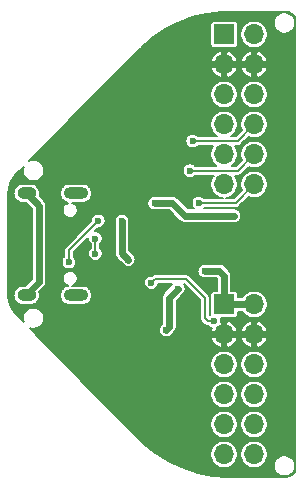
<source format=gbr>
%TF.GenerationSoftware,KiCad,Pcbnew,(5.1.9-0-10_14)*%
%TF.CreationDate,2021-02-28T11:16:04+01:00*%
%TF.ProjectId,PmodUsbUlpi,506d6f64-5573-4625-956c-70692e6b6963,1*%
%TF.SameCoordinates,Original*%
%TF.FileFunction,Copper,L2,Bot*%
%TF.FilePolarity,Positive*%
%FSLAX46Y46*%
G04 Gerber Fmt 4.6, Leading zero omitted, Abs format (unit mm)*
G04 Created by KiCad (PCBNEW (5.1.9-0-10_14)) date 2021-02-28 11:16:04*
%MOMM*%
%LPD*%
G01*
G04 APERTURE LIST*
%TA.AperFunction,ComponentPad*%
%ADD10O,1.700000X1.700000*%
%TD*%
%TA.AperFunction,ComponentPad*%
%ADD11R,1.700000X1.700000*%
%TD*%
%TA.AperFunction,ComponentPad*%
%ADD12O,1.600000X1.000000*%
%TD*%
%TA.AperFunction,ComponentPad*%
%ADD13O,2.100000X1.000000*%
%TD*%
%TA.AperFunction,ViaPad*%
%ADD14C,0.600000*%
%TD*%
%TA.AperFunction,Conductor*%
%ADD15C,0.200000*%
%TD*%
%TA.AperFunction,Conductor*%
%ADD16C,0.600000*%
%TD*%
%TA.AperFunction,Conductor*%
%ADD17C,0.127000*%
%TD*%
%TA.AperFunction,Conductor*%
%ADD18C,0.100000*%
%TD*%
G04 APERTURE END LIST*
D10*
%TO.P,J3,12*%
%TO.N,/DATA4*%
X158690000Y-94920000D03*
%TO.P,J3,11*%
%TO.N,/DATA0*%
X156150000Y-94920000D03*
%TO.P,J3,10*%
%TO.N,/DATA5*%
X158690000Y-92380000D03*
%TO.P,J3,9*%
%TO.N,/DATA1*%
X156150000Y-92380000D03*
%TO.P,J3,8*%
%TO.N,/DATA6*%
X158690000Y-89840000D03*
%TO.P,J3,7*%
%TO.N,/DATA2*%
X156150000Y-89840000D03*
%TO.P,J3,6*%
%TO.N,/DATA7*%
X158690000Y-87300000D03*
%TO.P,J3,5*%
%TO.N,/DATA3*%
X156150000Y-87300000D03*
%TO.P,J3,4*%
%TO.N,GND*%
X158690000Y-84760000D03*
%TO.P,J3,3*%
X156150000Y-84760000D03*
%TO.P,J3,2*%
%TO.N,+3V3*%
X158690000Y-82220000D03*
D11*
%TO.P,J3,1*%
X156150000Y-82220000D03*
%TD*%
D10*
%TO.P,J2,12*%
%TO.N,/RESET*%
X158690000Y-117780000D03*
%TO.P,J2,11*%
%TO.N,/CLK*%
X156150000Y-117780000D03*
%TO.P,J2,10*%
%TO.N,Net-(J2-Pad10)*%
X158690000Y-115240000D03*
%TO.P,J2,9*%
%TO.N,/STP*%
X156150000Y-115240000D03*
%TO.P,J2,8*%
%TO.N,Net-(J2-Pad8)*%
X158690000Y-112700000D03*
%TO.P,J2,7*%
%TO.N,/DIR*%
X156150000Y-112700000D03*
%TO.P,J2,6*%
%TO.N,Net-(J2-Pad6)*%
X158690000Y-110160000D03*
%TO.P,J2,5*%
%TO.N,/NXT*%
X156150000Y-110160000D03*
%TO.P,J2,4*%
%TO.N,GND*%
X158690000Y-107620000D03*
%TO.P,J2,3*%
X156150000Y-107620000D03*
%TO.P,J2,2*%
%TO.N,+3V3*%
X158690000Y-105080000D03*
D11*
%TO.P,J2,1*%
X156150000Y-105080000D03*
%TD*%
D12*
%TO.P,J1,S1*%
%TO.N,Net-(J1-PadS1)*%
X139425000Y-104320000D03*
X139425000Y-95680000D03*
D13*
X143605000Y-104320000D03*
X143605000Y-95680000D03*
%TD*%
D14*
%TO.N,GND*%
X150250000Y-101000000D03*
X151250000Y-101000000D03*
X152250000Y-101000000D03*
X152250000Y-100000000D03*
X151250000Y-100000000D03*
X150250000Y-100000000D03*
X152250000Y-99000000D03*
X151250000Y-99000000D03*
X150250000Y-99000000D03*
X142777000Y-106350000D03*
X144174000Y-106350000D03*
X145087000Y-103175000D03*
X145000000Y-96250000D03*
X144287500Y-94462500D03*
X146250000Y-93250000D03*
X148000000Y-93250000D03*
X149750000Y-107000000D03*
X157750000Y-102250000D03*
X153000000Y-107000000D03*
X152250000Y-110750000D03*
X146250000Y-110750000D03*
X149250000Y-109000000D03*
X146375000Y-103625000D03*
%TO.N,/CC2*%
X143000000Y-101500000D03*
X145500000Y-98000000D03*
%TO.N,/D+*%
X145250000Y-99500000D03*
X145250000Y-100777000D03*
%TO.N,+3V3*%
X148027000Y-101277000D03*
X147500000Y-100250000D03*
X151750000Y-96500000D03*
X150250000Y-96500000D03*
X153687500Y-97562500D03*
X147500000Y-98000000D03*
X154500000Y-102250000D03*
X157000000Y-97562500D03*
%TO.N,/CLK*%
X149973000Y-103250000D03*
X155277000Y-106500000D03*
%TO.N,/DATA6*%
X153473000Y-91250000D03*
%TO.N,/DATA5*%
X153250000Y-93750000D03*
%TO.N,/DATA4*%
X154000000Y-96500000D03*
%TO.N,+1V8*%
X151500000Y-105000000D03*
X152262500Y-103737500D03*
X151250000Y-107250000D03*
%TD*%
D15*
%TO.N,/CC2*%
X143000000Y-100500000D02*
X145500000Y-98000000D01*
X143000000Y-101500000D02*
X143000000Y-100500000D01*
D16*
%TO.N,Net-(J1-PadS1)*%
X139425000Y-104320000D02*
X139425000Y-104225000D01*
X139425000Y-104225000D02*
X140475000Y-103175000D01*
X140475000Y-96730000D02*
X139425000Y-95680000D01*
X140475000Y-103175000D02*
X140475000Y-96730000D01*
D15*
%TO.N,/D+*%
X145250000Y-100777000D02*
X145250000Y-99500000D01*
D16*
%TO.N,+3V3*%
X155750000Y-102250000D02*
X156150000Y-102650000D01*
X154500000Y-102250000D02*
X155750000Y-102250000D01*
X156150000Y-105080000D02*
X156150000Y-102650000D01*
X156150000Y-105080000D02*
X158690000Y-105080000D01*
X150250000Y-96500000D02*
X151750000Y-96500000D01*
X151750000Y-96500000D02*
X152812500Y-97562500D01*
X153687500Y-97562500D02*
X152812500Y-97562500D01*
X147500000Y-98000000D02*
X147500000Y-100250000D01*
X147500000Y-100750000D02*
X148027000Y-101277000D01*
X147500000Y-100250000D02*
X147500000Y-100750000D01*
X153687500Y-97562500D02*
X157000000Y-97562500D01*
D15*
%TO.N,/CLK*%
X154750000Y-106500000D02*
X155277000Y-106500000D01*
X154500000Y-106250000D02*
X154750000Y-106500000D01*
X154500000Y-104500000D02*
X154500000Y-106250000D01*
X152950001Y-102950001D02*
X154500000Y-104500000D01*
X150272999Y-102950001D02*
X152950001Y-102950001D01*
X149973000Y-103250000D02*
X150272999Y-102950001D01*
%TO.N,/DATA6*%
X157280000Y-91250000D02*
X158690000Y-89840000D01*
X153473000Y-91250000D02*
X157280000Y-91250000D01*
%TO.N,/DATA5*%
X157320000Y-93750000D02*
X158690000Y-92380000D01*
X153250000Y-93750000D02*
X157320000Y-93750000D01*
%TO.N,/DATA4*%
X157110000Y-96500000D02*
X158690000Y-94920000D01*
X154000000Y-96500000D02*
X157110000Y-96500000D01*
D16*
%TO.N,+1V8*%
X151500000Y-104500000D02*
X152262500Y-103737500D01*
X151500000Y-105000000D02*
X151500000Y-104500000D01*
X151500000Y-107000000D02*
X151250000Y-107250000D01*
X151500000Y-105000000D02*
X151500000Y-107000000D01*
%TD*%
D17*
%TO.N,GND*%
X161627388Y-80356633D02*
X161749926Y-80393629D01*
X161862948Y-80453724D01*
X161962140Y-80534622D01*
X162043731Y-80633249D01*
X162104610Y-80745844D01*
X162142461Y-80868121D01*
X162157501Y-81011210D01*
X162157500Y-118983253D01*
X162143367Y-119127388D01*
X162106371Y-119249926D01*
X162046275Y-119362950D01*
X161965378Y-119462140D01*
X161866754Y-119543729D01*
X161754156Y-119604610D01*
X161631879Y-119642461D01*
X161488799Y-119657500D01*
X156510309Y-119657500D01*
X155219719Y-119579695D01*
X153957975Y-119349259D01*
X152733067Y-118968914D01*
X151562707Y-118444161D01*
X150463875Y-117782610D01*
X150313084Y-117665011D01*
X154982500Y-117665011D01*
X154982500Y-117894989D01*
X155027366Y-118120547D01*
X155115375Y-118333019D01*
X155243144Y-118524238D01*
X155405762Y-118686856D01*
X155596981Y-118814625D01*
X155809453Y-118902634D01*
X156035011Y-118947500D01*
X156264989Y-118947500D01*
X156490547Y-118902634D01*
X156703019Y-118814625D01*
X156894238Y-118686856D01*
X157056856Y-118524238D01*
X157184625Y-118333019D01*
X157272634Y-118120547D01*
X157317500Y-117894989D01*
X157317500Y-117665011D01*
X157522500Y-117665011D01*
X157522500Y-117894989D01*
X157567366Y-118120547D01*
X157655375Y-118333019D01*
X157783144Y-118524238D01*
X157945762Y-118686856D01*
X158136981Y-118814625D01*
X158349453Y-118902634D01*
X158575011Y-118947500D01*
X158804989Y-118947500D01*
X159030547Y-118902634D01*
X159243019Y-118814625D01*
X159434238Y-118686856D01*
X159459096Y-118661998D01*
X160356500Y-118661998D01*
X160356500Y-118838002D01*
X160390837Y-119010624D01*
X160458191Y-119173231D01*
X160555973Y-119319573D01*
X160680427Y-119444027D01*
X160826769Y-119541809D01*
X160989376Y-119609163D01*
X161161998Y-119643500D01*
X161338002Y-119643500D01*
X161510624Y-119609163D01*
X161673231Y-119541809D01*
X161819573Y-119444027D01*
X161944027Y-119319573D01*
X162041809Y-119173231D01*
X162109163Y-119010624D01*
X162143500Y-118838002D01*
X162143500Y-118661998D01*
X162109163Y-118489376D01*
X162041809Y-118326769D01*
X161944027Y-118180427D01*
X161819573Y-118055973D01*
X161673231Y-117958191D01*
X161510624Y-117890837D01*
X161338002Y-117856500D01*
X161161998Y-117856500D01*
X160989376Y-117890837D01*
X160826769Y-117958191D01*
X160680427Y-118055973D01*
X160555973Y-118180427D01*
X160458191Y-118326769D01*
X160390837Y-118489376D01*
X160356500Y-118661998D01*
X159459096Y-118661998D01*
X159596856Y-118524238D01*
X159724625Y-118333019D01*
X159812634Y-118120547D01*
X159857500Y-117894989D01*
X159857500Y-117665011D01*
X159812634Y-117439453D01*
X159724625Y-117226981D01*
X159596856Y-117035762D01*
X159434238Y-116873144D01*
X159243019Y-116745375D01*
X159030547Y-116657366D01*
X158804989Y-116612500D01*
X158575011Y-116612500D01*
X158349453Y-116657366D01*
X158136981Y-116745375D01*
X157945762Y-116873144D01*
X157783144Y-117035762D01*
X157655375Y-117226981D01*
X157567366Y-117439453D01*
X157522500Y-117665011D01*
X157317500Y-117665011D01*
X157272634Y-117439453D01*
X157184625Y-117226981D01*
X157056856Y-117035762D01*
X156894238Y-116873144D01*
X156703019Y-116745375D01*
X156490547Y-116657366D01*
X156264989Y-116612500D01*
X156035011Y-116612500D01*
X155809453Y-116657366D01*
X155596981Y-116745375D01*
X155405762Y-116873144D01*
X155243144Y-117035762D01*
X155115375Y-117226981D01*
X155027366Y-117439453D01*
X154982500Y-117665011D01*
X150313084Y-117665011D01*
X149447518Y-116989973D01*
X149083424Y-116653408D01*
X147580158Y-115125011D01*
X154982500Y-115125011D01*
X154982500Y-115354989D01*
X155027366Y-115580547D01*
X155115375Y-115793019D01*
X155243144Y-115984238D01*
X155405762Y-116146856D01*
X155596981Y-116274625D01*
X155809453Y-116362634D01*
X156035011Y-116407500D01*
X156264989Y-116407500D01*
X156490547Y-116362634D01*
X156703019Y-116274625D01*
X156894238Y-116146856D01*
X157056856Y-115984238D01*
X157184625Y-115793019D01*
X157272634Y-115580547D01*
X157317500Y-115354989D01*
X157317500Y-115125011D01*
X157522500Y-115125011D01*
X157522500Y-115354989D01*
X157567366Y-115580547D01*
X157655375Y-115793019D01*
X157783144Y-115984238D01*
X157945762Y-116146856D01*
X158136981Y-116274625D01*
X158349453Y-116362634D01*
X158575011Y-116407500D01*
X158804989Y-116407500D01*
X159030547Y-116362634D01*
X159243019Y-116274625D01*
X159434238Y-116146856D01*
X159596856Y-115984238D01*
X159724625Y-115793019D01*
X159812634Y-115580547D01*
X159857500Y-115354989D01*
X159857500Y-115125011D01*
X159812634Y-114899453D01*
X159724625Y-114686981D01*
X159596856Y-114495762D01*
X159434238Y-114333144D01*
X159243019Y-114205375D01*
X159030547Y-114117366D01*
X158804989Y-114072500D01*
X158575011Y-114072500D01*
X158349453Y-114117366D01*
X158136981Y-114205375D01*
X157945762Y-114333144D01*
X157783144Y-114495762D01*
X157655375Y-114686981D01*
X157567366Y-114899453D01*
X157522500Y-115125011D01*
X157317500Y-115125011D01*
X157272634Y-114899453D01*
X157184625Y-114686981D01*
X157056856Y-114495762D01*
X156894238Y-114333144D01*
X156703019Y-114205375D01*
X156490547Y-114117366D01*
X156264989Y-114072500D01*
X156035011Y-114072500D01*
X155809453Y-114117366D01*
X155596981Y-114205375D01*
X155405762Y-114333144D01*
X155243144Y-114495762D01*
X155115375Y-114686981D01*
X155027366Y-114899453D01*
X154982500Y-115125011D01*
X147580158Y-115125011D01*
X145081922Y-112585011D01*
X154982500Y-112585011D01*
X154982500Y-112814989D01*
X155027366Y-113040547D01*
X155115375Y-113253019D01*
X155243144Y-113444238D01*
X155405762Y-113606856D01*
X155596981Y-113734625D01*
X155809453Y-113822634D01*
X156035011Y-113867500D01*
X156264989Y-113867500D01*
X156490547Y-113822634D01*
X156703019Y-113734625D01*
X156894238Y-113606856D01*
X157056856Y-113444238D01*
X157184625Y-113253019D01*
X157272634Y-113040547D01*
X157317500Y-112814989D01*
X157317500Y-112585011D01*
X157522500Y-112585011D01*
X157522500Y-112814989D01*
X157567366Y-113040547D01*
X157655375Y-113253019D01*
X157783144Y-113444238D01*
X157945762Y-113606856D01*
X158136981Y-113734625D01*
X158349453Y-113822634D01*
X158575011Y-113867500D01*
X158804989Y-113867500D01*
X159030547Y-113822634D01*
X159243019Y-113734625D01*
X159434238Y-113606856D01*
X159596856Y-113444238D01*
X159724625Y-113253019D01*
X159812634Y-113040547D01*
X159857500Y-112814989D01*
X159857500Y-112585011D01*
X159812634Y-112359453D01*
X159724625Y-112146981D01*
X159596856Y-111955762D01*
X159434238Y-111793144D01*
X159243019Y-111665375D01*
X159030547Y-111577366D01*
X158804989Y-111532500D01*
X158575011Y-111532500D01*
X158349453Y-111577366D01*
X158136981Y-111665375D01*
X157945762Y-111793144D01*
X157783144Y-111955762D01*
X157655375Y-112146981D01*
X157567366Y-112359453D01*
X157522500Y-112585011D01*
X157317500Y-112585011D01*
X157272634Y-112359453D01*
X157184625Y-112146981D01*
X157056856Y-111955762D01*
X156894238Y-111793144D01*
X156703019Y-111665375D01*
X156490547Y-111577366D01*
X156264989Y-111532500D01*
X156035011Y-111532500D01*
X155809453Y-111577366D01*
X155596981Y-111665375D01*
X155405762Y-111793144D01*
X155243144Y-111955762D01*
X155115375Y-112146981D01*
X155027366Y-112359453D01*
X154982500Y-112585011D01*
X145081922Y-112585011D01*
X142583685Y-110045011D01*
X154982500Y-110045011D01*
X154982500Y-110274989D01*
X155027366Y-110500547D01*
X155115375Y-110713019D01*
X155243144Y-110904238D01*
X155405762Y-111066856D01*
X155596981Y-111194625D01*
X155809453Y-111282634D01*
X156035011Y-111327500D01*
X156264989Y-111327500D01*
X156490547Y-111282634D01*
X156703019Y-111194625D01*
X156894238Y-111066856D01*
X157056856Y-110904238D01*
X157184625Y-110713019D01*
X157272634Y-110500547D01*
X157317500Y-110274989D01*
X157317500Y-110045011D01*
X157522500Y-110045011D01*
X157522500Y-110274989D01*
X157567366Y-110500547D01*
X157655375Y-110713019D01*
X157783144Y-110904238D01*
X157945762Y-111066856D01*
X158136981Y-111194625D01*
X158349453Y-111282634D01*
X158575011Y-111327500D01*
X158804989Y-111327500D01*
X159030547Y-111282634D01*
X159243019Y-111194625D01*
X159434238Y-111066856D01*
X159596856Y-110904238D01*
X159724625Y-110713019D01*
X159812634Y-110500547D01*
X159857500Y-110274989D01*
X159857500Y-110045011D01*
X159812634Y-109819453D01*
X159724625Y-109606981D01*
X159596856Y-109415762D01*
X159434238Y-109253144D01*
X159243019Y-109125375D01*
X159030547Y-109037366D01*
X158804989Y-108992500D01*
X158575011Y-108992500D01*
X158349453Y-109037366D01*
X158136981Y-109125375D01*
X157945762Y-109253144D01*
X157783144Y-109415762D01*
X157655375Y-109606981D01*
X157567366Y-109819453D01*
X157522500Y-110045011D01*
X157317500Y-110045011D01*
X157272634Y-109819453D01*
X157184625Y-109606981D01*
X157056856Y-109415762D01*
X156894238Y-109253144D01*
X156703019Y-109125375D01*
X156490547Y-109037366D01*
X156264989Y-108992500D01*
X156035011Y-108992500D01*
X155809453Y-109037366D01*
X155596981Y-109125375D01*
X155405762Y-109253144D01*
X155243144Y-109415762D01*
X155115375Y-109606981D01*
X155027366Y-109819453D01*
X154982500Y-110045011D01*
X142583685Y-110045011D01*
X140560834Y-107988344D01*
X155042129Y-107988344D01*
X155106150Y-108142931D01*
X155228226Y-108336528D01*
X155385725Y-108502589D01*
X155572595Y-108634733D01*
X155781654Y-108727881D01*
X155959500Y-108692488D01*
X155959500Y-107810500D01*
X156340500Y-107810500D01*
X156340500Y-108692488D01*
X156518346Y-108727881D01*
X156727405Y-108634733D01*
X156914275Y-108502589D01*
X157071774Y-108336528D01*
X157193850Y-108142931D01*
X157257871Y-107988344D01*
X157582129Y-107988344D01*
X157646150Y-108142931D01*
X157768226Y-108336528D01*
X157925725Y-108502589D01*
X158112595Y-108634733D01*
X158321654Y-108727881D01*
X158499500Y-108692488D01*
X158499500Y-107810500D01*
X158880500Y-107810500D01*
X158880500Y-108692488D01*
X159058346Y-108727881D01*
X159267405Y-108634733D01*
X159454275Y-108502589D01*
X159611774Y-108336528D01*
X159733850Y-108142931D01*
X159797871Y-107988344D01*
X159761320Y-107810500D01*
X158880500Y-107810500D01*
X158499500Y-107810500D01*
X157618680Y-107810500D01*
X157582129Y-107988344D01*
X157257871Y-107988344D01*
X157221320Y-107810500D01*
X156340500Y-107810500D01*
X155959500Y-107810500D01*
X155078680Y-107810500D01*
X155042129Y-107988344D01*
X140560834Y-107988344D01*
X139666361Y-107078919D01*
X139739376Y-107109163D01*
X139911998Y-107143500D01*
X140088002Y-107143500D01*
X140260624Y-107109163D01*
X140423231Y-107041809D01*
X140569573Y-106944027D01*
X140694027Y-106819573D01*
X140791809Y-106673231D01*
X140859163Y-106510624D01*
X140893500Y-106338002D01*
X140893500Y-106161998D01*
X140859163Y-105989376D01*
X140791809Y-105826769D01*
X140694027Y-105680427D01*
X140569573Y-105555973D01*
X140423231Y-105458191D01*
X140260624Y-105390837D01*
X140088002Y-105356500D01*
X139911998Y-105356500D01*
X139739376Y-105390837D01*
X139576769Y-105458191D01*
X139430427Y-105555973D01*
X139305973Y-105680427D01*
X139208191Y-105826769D01*
X139140837Y-105989376D01*
X139106500Y-106161998D01*
X139106500Y-106338002D01*
X139140837Y-106510624D01*
X139165156Y-106569336D01*
X138686061Y-106082232D01*
X138344225Y-105718391D01*
X138095308Y-105320258D01*
X137928463Y-104881361D01*
X137848238Y-104407751D01*
X137842500Y-104243998D01*
X137842500Y-95766747D01*
X137851005Y-95680000D01*
X138303545Y-95680000D01*
X138319329Y-95840258D01*
X138366075Y-95994357D01*
X138441985Y-96136376D01*
X138544144Y-96260856D01*
X138668624Y-96363015D01*
X138810643Y-96438925D01*
X138964742Y-96485671D01*
X139084844Y-96497500D01*
X139369224Y-96497500D01*
X139857501Y-96985778D01*
X139857500Y-102919223D01*
X139274224Y-103502500D01*
X139084844Y-103502500D01*
X138964742Y-103514329D01*
X138810643Y-103561075D01*
X138668624Y-103636985D01*
X138544144Y-103739144D01*
X138441985Y-103863624D01*
X138366075Y-104005643D01*
X138319329Y-104159742D01*
X138303545Y-104320000D01*
X138319329Y-104480258D01*
X138366075Y-104634357D01*
X138441985Y-104776376D01*
X138544144Y-104900856D01*
X138668624Y-105003015D01*
X138810643Y-105078925D01*
X138964742Y-105125671D01*
X139084844Y-105137500D01*
X139765156Y-105137500D01*
X139885258Y-105125671D01*
X140039357Y-105078925D01*
X140181376Y-105003015D01*
X140305856Y-104900856D01*
X140408015Y-104776376D01*
X140483925Y-104634357D01*
X140530671Y-104480258D01*
X140546455Y-104320000D01*
X142233545Y-104320000D01*
X142249329Y-104480258D01*
X142296075Y-104634357D01*
X142371985Y-104776376D01*
X142474144Y-104900856D01*
X142598624Y-105003015D01*
X142740643Y-105078925D01*
X142894742Y-105125671D01*
X143014844Y-105137500D01*
X144195156Y-105137500D01*
X144315258Y-105125671D01*
X144469357Y-105078925D01*
X144611376Y-105003015D01*
X144735856Y-104900856D01*
X144838015Y-104776376D01*
X144913925Y-104634357D01*
X144960671Y-104480258D01*
X144976455Y-104320000D01*
X144960671Y-104159742D01*
X144913925Y-104005643D01*
X144838015Y-103863624D01*
X144735856Y-103739144D01*
X144611376Y-103636985D01*
X144469357Y-103561075D01*
X144315258Y-103514329D01*
X144195156Y-103502500D01*
X143305227Y-103502500D01*
X143409338Y-103459376D01*
X143514570Y-103389063D01*
X143604063Y-103299570D01*
X143674376Y-103194338D01*
X143676511Y-103189182D01*
X149355500Y-103189182D01*
X149355500Y-103310818D01*
X149379230Y-103430118D01*
X149425778Y-103542496D01*
X149493356Y-103643633D01*
X149579367Y-103729644D01*
X149680504Y-103797222D01*
X149792882Y-103843770D01*
X149912182Y-103867500D01*
X150033818Y-103867500D01*
X150153118Y-103843770D01*
X150265496Y-103797222D01*
X150366633Y-103729644D01*
X150452644Y-103643633D01*
X150520222Y-103542496D01*
X150566770Y-103430118D01*
X150579225Y-103367501D01*
X151759222Y-103367501D01*
X151084809Y-104041915D01*
X151061250Y-104061249D01*
X151041916Y-104084808D01*
X150984084Y-104155276D01*
X150963027Y-104194672D01*
X150926745Y-104262550D01*
X150891435Y-104378949D01*
X150882500Y-104469671D01*
X150879513Y-104500000D01*
X150882500Y-104530326D01*
X150882500Y-104969672D01*
X150882501Y-106744223D01*
X150856370Y-106770354D01*
X150856367Y-106770356D01*
X150770356Y-106856367D01*
X150753413Y-106881723D01*
X150734084Y-106905276D01*
X150719722Y-106932145D01*
X150702778Y-106957504D01*
X150691106Y-106985684D01*
X150676745Y-107012551D01*
X150667901Y-107041705D01*
X150656230Y-107069882D01*
X150650280Y-107099793D01*
X150641436Y-107128949D01*
X150638449Y-107159273D01*
X150632500Y-107189182D01*
X150632500Y-107219674D01*
X150629513Y-107250000D01*
X150632500Y-107280326D01*
X150632500Y-107310818D01*
X150638449Y-107340727D01*
X150641436Y-107371051D01*
X150650280Y-107400207D01*
X150656230Y-107430118D01*
X150667901Y-107458295D01*
X150676745Y-107487449D01*
X150691106Y-107514316D01*
X150702778Y-107542496D01*
X150719722Y-107567855D01*
X150734084Y-107594724D01*
X150753413Y-107618276D01*
X150770356Y-107643633D01*
X150791922Y-107665199D01*
X150811250Y-107688750D01*
X150834801Y-107708078D01*
X150856367Y-107729644D01*
X150881724Y-107746587D01*
X150905276Y-107765916D01*
X150932145Y-107780278D01*
X150957504Y-107797222D01*
X150985684Y-107808894D01*
X151012551Y-107823255D01*
X151041705Y-107832099D01*
X151069882Y-107843770D01*
X151099793Y-107849720D01*
X151128949Y-107858564D01*
X151159273Y-107861551D01*
X151189182Y-107867500D01*
X151219674Y-107867500D01*
X151250000Y-107870487D01*
X151280326Y-107867500D01*
X151310818Y-107867500D01*
X151340727Y-107861551D01*
X151371051Y-107858564D01*
X151400207Y-107849720D01*
X151430118Y-107843770D01*
X151458295Y-107832099D01*
X151487449Y-107823255D01*
X151514316Y-107808894D01*
X151542496Y-107797222D01*
X151567855Y-107780278D01*
X151594724Y-107765916D01*
X151618277Y-107746587D01*
X151643633Y-107729644D01*
X151729644Y-107643633D01*
X151729646Y-107643630D01*
X151915186Y-107458090D01*
X151938751Y-107438751D01*
X152015916Y-107344724D01*
X152073255Y-107237450D01*
X152108565Y-107121051D01*
X152117500Y-107030329D01*
X152117500Y-107030327D01*
X152120487Y-107000001D01*
X152117500Y-106969675D01*
X152117500Y-104755776D01*
X152720584Y-104152693D01*
X152742144Y-104131133D01*
X152759083Y-104105782D01*
X152778416Y-104082225D01*
X152792781Y-104055351D01*
X152809722Y-104029996D01*
X152821392Y-104001821D01*
X152835755Y-103974950D01*
X152844600Y-103945793D01*
X152856270Y-103917618D01*
X152862219Y-103887708D01*
X152871064Y-103858551D01*
X152874051Y-103828227D01*
X152880000Y-103798318D01*
X152880000Y-103767826D01*
X152882987Y-103737500D01*
X152880000Y-103707174D01*
X152880000Y-103676682D01*
X152874051Y-103646773D01*
X152871064Y-103616449D01*
X152862219Y-103587292D01*
X152856270Y-103557382D01*
X152844600Y-103529207D01*
X152835755Y-103500050D01*
X152821393Y-103473180D01*
X152809722Y-103445004D01*
X152792779Y-103419646D01*
X152778416Y-103392776D01*
X152759087Y-103369224D01*
X152757936Y-103367501D01*
X152777067Y-103367501D01*
X154082500Y-104672934D01*
X154082501Y-106229488D01*
X154080481Y-106250000D01*
X154088541Y-106331844D01*
X154112415Y-106410543D01*
X154151183Y-106483073D01*
X154190281Y-106530715D01*
X154190289Y-106530723D01*
X154203356Y-106546645D01*
X154219279Y-106559713D01*
X154440279Y-106780712D01*
X154453355Y-106796645D01*
X154516927Y-106848818D01*
X154589457Y-106887586D01*
X154668156Y-106911459D01*
X154729491Y-106917500D01*
X154729500Y-106917500D01*
X154749999Y-106919519D01*
X154770498Y-106917500D01*
X154821223Y-106917500D01*
X154883367Y-106979644D01*
X154984504Y-107047222D01*
X155096882Y-107093770D01*
X155106966Y-107095776D01*
X155106150Y-107097069D01*
X155042129Y-107251656D01*
X155078680Y-107429500D01*
X155959500Y-107429500D01*
X155959500Y-106547512D01*
X156340500Y-106547512D01*
X156340500Y-107429500D01*
X157221320Y-107429500D01*
X157257871Y-107251656D01*
X157582129Y-107251656D01*
X157618680Y-107429500D01*
X158499500Y-107429500D01*
X158499500Y-106547512D01*
X158880500Y-106547512D01*
X158880500Y-107429500D01*
X159761320Y-107429500D01*
X159797871Y-107251656D01*
X159733850Y-107097069D01*
X159611774Y-106903472D01*
X159454275Y-106737411D01*
X159267405Y-106605267D01*
X159058346Y-106512119D01*
X158880500Y-106547512D01*
X158499500Y-106547512D01*
X158321654Y-106512119D01*
X158112595Y-106605267D01*
X157925725Y-106737411D01*
X157768226Y-106903472D01*
X157646150Y-107097069D01*
X157582129Y-107251656D01*
X157257871Y-107251656D01*
X157193850Y-107097069D01*
X157071774Y-106903472D01*
X156914275Y-106737411D01*
X156727405Y-106605267D01*
X156518346Y-106512119D01*
X156340500Y-106547512D01*
X155959500Y-106547512D01*
X155894500Y-106534576D01*
X155894500Y-106439182D01*
X155870770Y-106319882D01*
X155841425Y-106249036D01*
X157000000Y-106249036D01*
X157062241Y-106242906D01*
X157122090Y-106224751D01*
X157177247Y-106195269D01*
X157225593Y-106155593D01*
X157265269Y-106107247D01*
X157294751Y-106052090D01*
X157312906Y-105992241D01*
X157319036Y-105930000D01*
X157319036Y-105697500D01*
X157698460Y-105697500D01*
X157783144Y-105824238D01*
X157945762Y-105986856D01*
X158136981Y-106114625D01*
X158349453Y-106202634D01*
X158575011Y-106247500D01*
X158804989Y-106247500D01*
X159030547Y-106202634D01*
X159243019Y-106114625D01*
X159434238Y-105986856D01*
X159596856Y-105824238D01*
X159724625Y-105633019D01*
X159812634Y-105420547D01*
X159857500Y-105194989D01*
X159857500Y-104965011D01*
X159812634Y-104739453D01*
X159724625Y-104526981D01*
X159596856Y-104335762D01*
X159434238Y-104173144D01*
X159243019Y-104045375D01*
X159030547Y-103957366D01*
X158804989Y-103912500D01*
X158575011Y-103912500D01*
X158349453Y-103957366D01*
X158136981Y-104045375D01*
X157945762Y-104173144D01*
X157783144Y-104335762D01*
X157698460Y-104462500D01*
X157319036Y-104462500D01*
X157319036Y-104230000D01*
X157312906Y-104167759D01*
X157294751Y-104107910D01*
X157265269Y-104052753D01*
X157225593Y-104004407D01*
X157177247Y-103964731D01*
X157122090Y-103935249D01*
X157062241Y-103917094D01*
X157000000Y-103910964D01*
X156767500Y-103910964D01*
X156767500Y-102680325D01*
X156770487Y-102649999D01*
X156767500Y-102619671D01*
X156758565Y-102528949D01*
X156723255Y-102412550D01*
X156674120Y-102320624D01*
X156665916Y-102305275D01*
X156638764Y-102272191D01*
X156588751Y-102211249D01*
X156565181Y-102191906D01*
X156208091Y-101834815D01*
X156188751Y-101811249D01*
X156094724Y-101734084D01*
X155987450Y-101676745D01*
X155871051Y-101641435D01*
X155780329Y-101632500D01*
X155780326Y-101632500D01*
X155750000Y-101629513D01*
X155719674Y-101632500D01*
X154439182Y-101632500D01*
X154409280Y-101638448D01*
X154378949Y-101641435D01*
X154349785Y-101650282D01*
X154319882Y-101656230D01*
X154291709Y-101667900D01*
X154262550Y-101676745D01*
X154235680Y-101691107D01*
X154207504Y-101702778D01*
X154182146Y-101719721D01*
X154155276Y-101734084D01*
X154131721Y-101753415D01*
X154106367Y-101770356D01*
X154084809Y-101791914D01*
X154061249Y-101811249D01*
X154041914Y-101834809D01*
X154020356Y-101856367D01*
X154003415Y-101881721D01*
X153984084Y-101905276D01*
X153969721Y-101932146D01*
X153952778Y-101957504D01*
X153941107Y-101985680D01*
X153926745Y-102012550D01*
X153917900Y-102041709D01*
X153906230Y-102069882D01*
X153900282Y-102099785D01*
X153891435Y-102128949D01*
X153888448Y-102159280D01*
X153882500Y-102189182D01*
X153882500Y-102219671D01*
X153879513Y-102250000D01*
X153882500Y-102280329D01*
X153882500Y-102310818D01*
X153888448Y-102340720D01*
X153891435Y-102371051D01*
X153900282Y-102400215D01*
X153906230Y-102430118D01*
X153917900Y-102458291D01*
X153926745Y-102487450D01*
X153941107Y-102514320D01*
X153952778Y-102542496D01*
X153969721Y-102567854D01*
X153984084Y-102594724D01*
X154003415Y-102618279D01*
X154020356Y-102643633D01*
X154041914Y-102665191D01*
X154061249Y-102688751D01*
X154084809Y-102708086D01*
X154106367Y-102729644D01*
X154131721Y-102746585D01*
X154155276Y-102765916D01*
X154182146Y-102780279D01*
X154207504Y-102797222D01*
X154235680Y-102808893D01*
X154262550Y-102823255D01*
X154291709Y-102832100D01*
X154319882Y-102843770D01*
X154349785Y-102849718D01*
X154378949Y-102858565D01*
X154409280Y-102861552D01*
X154439182Y-102867500D01*
X155494224Y-102867500D01*
X155532501Y-102905776D01*
X155532500Y-103910964D01*
X155300000Y-103910964D01*
X155237759Y-103917094D01*
X155177910Y-103935249D01*
X155122753Y-103964731D01*
X155074407Y-104004407D01*
X155034731Y-104052753D01*
X155005249Y-104107910D01*
X154987094Y-104167759D01*
X154980964Y-104230000D01*
X154980964Y-105930000D01*
X154983287Y-105953591D01*
X154917500Y-105997549D01*
X154917500Y-104520502D01*
X154919519Y-104500000D01*
X154917500Y-104479498D01*
X154917500Y-104479491D01*
X154911459Y-104418156D01*
X154899566Y-104378949D01*
X154887586Y-104339456D01*
X154848818Y-104266927D01*
X154809719Y-104219285D01*
X154809717Y-104219283D01*
X154796645Y-104203355D01*
X154780718Y-104190284D01*
X153259718Y-102669284D01*
X153246646Y-102653356D01*
X153183074Y-102601183D01*
X153110544Y-102562415D01*
X153031845Y-102538542D01*
X152970510Y-102532501D01*
X152970503Y-102532501D01*
X152950001Y-102530482D01*
X152929499Y-102532501D01*
X150293501Y-102532501D01*
X150272999Y-102530482D01*
X150252497Y-102532501D01*
X150252490Y-102532501D01*
X150191155Y-102538542D01*
X150112456Y-102562415D01*
X150068964Y-102585662D01*
X150039926Y-102601183D01*
X150001766Y-102632500D01*
X149912182Y-102632500D01*
X149792882Y-102656230D01*
X149680504Y-102702778D01*
X149579367Y-102770356D01*
X149493356Y-102856367D01*
X149425778Y-102957504D01*
X149379230Y-103069882D01*
X149355500Y-103189182D01*
X143676511Y-103189182D01*
X143722809Y-103077410D01*
X143747500Y-102953281D01*
X143747500Y-102826719D01*
X143722809Y-102702590D01*
X143674376Y-102585662D01*
X143604063Y-102480430D01*
X143514570Y-102390937D01*
X143409338Y-102320624D01*
X143292410Y-102272191D01*
X143168281Y-102247500D01*
X143041719Y-102247500D01*
X142917590Y-102272191D01*
X142800662Y-102320624D01*
X142695430Y-102390937D01*
X142605937Y-102480430D01*
X142535624Y-102585662D01*
X142487191Y-102702590D01*
X142462500Y-102826719D01*
X142462500Y-102953281D01*
X142487191Y-103077410D01*
X142535624Y-103194338D01*
X142605937Y-103299570D01*
X142695430Y-103389063D01*
X142800662Y-103459376D01*
X142917590Y-103507809D01*
X142931946Y-103510665D01*
X142894742Y-103514329D01*
X142740643Y-103561075D01*
X142598624Y-103636985D01*
X142474144Y-103739144D01*
X142371985Y-103863624D01*
X142296075Y-104005643D01*
X142249329Y-104159742D01*
X142233545Y-104320000D01*
X140546455Y-104320000D01*
X140530671Y-104159742D01*
X140491771Y-104031506D01*
X140890192Y-103633085D01*
X140913751Y-103613751D01*
X140956981Y-103561075D01*
X140990916Y-103519725D01*
X141023173Y-103459376D01*
X141048255Y-103412450D01*
X141083565Y-103296051D01*
X141092500Y-103205329D01*
X141092500Y-103205327D01*
X141095487Y-103175001D01*
X141092500Y-103144675D01*
X141092500Y-101439182D01*
X142382500Y-101439182D01*
X142382500Y-101560818D01*
X142406230Y-101680118D01*
X142452778Y-101792496D01*
X142520356Y-101893633D01*
X142606367Y-101979644D01*
X142707504Y-102047222D01*
X142819882Y-102093770D01*
X142939182Y-102117500D01*
X143060818Y-102117500D01*
X143180118Y-102093770D01*
X143292496Y-102047222D01*
X143393633Y-101979644D01*
X143479644Y-101893633D01*
X143547222Y-101792496D01*
X143593770Y-101680118D01*
X143617500Y-101560818D01*
X143617500Y-101439182D01*
X143593770Y-101319882D01*
X143547222Y-101207504D01*
X143479644Y-101106367D01*
X143417500Y-101044223D01*
X143417500Y-100672934D01*
X144632500Y-99457934D01*
X144632500Y-99560818D01*
X144656230Y-99680118D01*
X144702778Y-99792496D01*
X144770356Y-99893633D01*
X144832501Y-99955778D01*
X144832500Y-100321223D01*
X144770356Y-100383367D01*
X144702778Y-100484504D01*
X144656230Y-100596882D01*
X144632500Y-100716182D01*
X144632500Y-100837818D01*
X144656230Y-100957118D01*
X144702778Y-101069496D01*
X144770356Y-101170633D01*
X144856367Y-101256644D01*
X144957504Y-101324222D01*
X145069882Y-101370770D01*
X145189182Y-101394500D01*
X145310818Y-101394500D01*
X145430118Y-101370770D01*
X145542496Y-101324222D01*
X145643633Y-101256644D01*
X145729644Y-101170633D01*
X145797222Y-101069496D01*
X145843770Y-100957118D01*
X145867500Y-100837818D01*
X145867500Y-100750000D01*
X146879513Y-100750000D01*
X146882500Y-100780326D01*
X146882500Y-100780329D01*
X146891435Y-100871051D01*
X146926745Y-100987450D01*
X146944334Y-101020356D01*
X146984084Y-101094724D01*
X147034330Y-101155949D01*
X147061250Y-101188751D01*
X147084809Y-101208085D01*
X147547356Y-101670633D01*
X147633367Y-101756644D01*
X147658718Y-101773583D01*
X147682275Y-101792916D01*
X147709149Y-101807281D01*
X147734504Y-101824222D01*
X147762679Y-101835892D01*
X147789550Y-101850255D01*
X147818707Y-101859100D01*
X147846882Y-101870770D01*
X147876792Y-101876719D01*
X147905949Y-101885564D01*
X147936273Y-101888551D01*
X147966182Y-101894500D01*
X147996674Y-101894500D01*
X148027000Y-101897487D01*
X148057326Y-101894500D01*
X148087818Y-101894500D01*
X148117727Y-101888551D01*
X148148051Y-101885564D01*
X148177208Y-101876719D01*
X148207118Y-101870770D01*
X148235293Y-101859100D01*
X148264450Y-101850255D01*
X148291320Y-101835893D01*
X148319496Y-101824222D01*
X148344854Y-101807279D01*
X148371724Y-101792916D01*
X148395276Y-101773587D01*
X148420633Y-101756644D01*
X148442199Y-101735078D01*
X148465750Y-101715750D01*
X148485078Y-101692199D01*
X148506644Y-101670633D01*
X148523587Y-101645276D01*
X148542916Y-101621724D01*
X148557279Y-101594854D01*
X148574222Y-101569496D01*
X148585893Y-101541320D01*
X148600255Y-101514450D01*
X148609100Y-101485293D01*
X148620770Y-101457118D01*
X148626719Y-101427208D01*
X148635564Y-101398051D01*
X148638551Y-101367727D01*
X148644500Y-101337818D01*
X148644500Y-101307326D01*
X148647487Y-101277000D01*
X148644500Y-101246674D01*
X148644500Y-101216182D01*
X148638551Y-101186273D01*
X148635564Y-101155949D01*
X148626719Y-101126792D01*
X148620770Y-101096882D01*
X148609100Y-101068707D01*
X148600255Y-101039550D01*
X148585892Y-101012679D01*
X148574222Y-100984504D01*
X148557281Y-100959149D01*
X148542916Y-100932275D01*
X148523583Y-100908718D01*
X148506644Y-100883367D01*
X148420633Y-100797356D01*
X148117500Y-100494224D01*
X148117500Y-97939182D01*
X148111552Y-97909280D01*
X148108565Y-97878949D01*
X148099718Y-97849785D01*
X148093770Y-97819882D01*
X148082100Y-97791709D01*
X148073255Y-97762550D01*
X148058893Y-97735680D01*
X148047222Y-97707504D01*
X148030279Y-97682146D01*
X148015916Y-97655276D01*
X147996585Y-97631721D01*
X147979644Y-97606367D01*
X147958086Y-97584809D01*
X147938751Y-97561249D01*
X147915192Y-97541915D01*
X147893633Y-97520356D01*
X147868275Y-97503412D01*
X147844723Y-97484084D01*
X147817858Y-97469724D01*
X147792496Y-97452778D01*
X147764315Y-97441105D01*
X147737449Y-97426745D01*
X147708294Y-97417901D01*
X147680118Y-97406230D01*
X147650212Y-97400281D01*
X147621050Y-97391435D01*
X147590720Y-97388448D01*
X147560818Y-97382500D01*
X147530328Y-97382500D01*
X147500000Y-97379513D01*
X147469671Y-97382500D01*
X147439182Y-97382500D01*
X147409280Y-97388448D01*
X147378949Y-97391435D01*
X147349785Y-97400282D01*
X147319882Y-97406230D01*
X147291709Y-97417900D01*
X147262550Y-97426745D01*
X147235680Y-97441107D01*
X147207504Y-97452778D01*
X147182146Y-97469721D01*
X147155276Y-97484084D01*
X147131721Y-97503415D01*
X147106367Y-97520356D01*
X147084809Y-97541914D01*
X147061249Y-97561249D01*
X147041915Y-97584808D01*
X147020356Y-97606367D01*
X147003412Y-97631725D01*
X146984084Y-97655277D01*
X146969724Y-97682142D01*
X146952778Y-97707504D01*
X146941105Y-97735685D01*
X146926745Y-97762551D01*
X146917901Y-97791706D01*
X146906230Y-97819882D01*
X146900281Y-97849788D01*
X146891435Y-97878950D01*
X146888448Y-97909279D01*
X146882500Y-97939182D01*
X146882500Y-97969672D01*
X146882501Y-100189177D01*
X146882500Y-100189182D01*
X146882500Y-100719674D01*
X146879513Y-100750000D01*
X145867500Y-100750000D01*
X145867500Y-100716182D01*
X145843770Y-100596882D01*
X145797222Y-100484504D01*
X145729644Y-100383367D01*
X145667500Y-100321223D01*
X145667500Y-99955777D01*
X145729644Y-99893633D01*
X145797222Y-99792496D01*
X145843770Y-99680118D01*
X145867500Y-99560818D01*
X145867500Y-99439182D01*
X145843770Y-99319882D01*
X145797222Y-99207504D01*
X145729644Y-99106367D01*
X145643633Y-99020356D01*
X145542496Y-98952778D01*
X145430118Y-98906230D01*
X145310818Y-98882500D01*
X145207934Y-98882500D01*
X145472934Y-98617500D01*
X145560818Y-98617500D01*
X145680118Y-98593770D01*
X145792496Y-98547222D01*
X145893633Y-98479644D01*
X145979644Y-98393633D01*
X146047222Y-98292496D01*
X146093770Y-98180118D01*
X146117500Y-98060818D01*
X146117500Y-97939182D01*
X146093770Y-97819882D01*
X146047222Y-97707504D01*
X145979644Y-97606367D01*
X145893633Y-97520356D01*
X145792496Y-97452778D01*
X145680118Y-97406230D01*
X145560818Y-97382500D01*
X145439182Y-97382500D01*
X145319882Y-97406230D01*
X145207504Y-97452778D01*
X145106367Y-97520356D01*
X145020356Y-97606367D01*
X144952778Y-97707504D01*
X144906230Y-97819882D01*
X144882500Y-97939182D01*
X144882500Y-98027066D01*
X142719278Y-100190288D01*
X142703356Y-100203355D01*
X142690289Y-100219277D01*
X142690281Y-100219285D01*
X142651183Y-100266927D01*
X142612415Y-100339457D01*
X142588541Y-100418156D01*
X142580481Y-100500000D01*
X142582501Y-100520511D01*
X142582500Y-101044223D01*
X142520356Y-101106367D01*
X142452778Y-101207504D01*
X142406230Y-101319882D01*
X142382500Y-101439182D01*
X141092500Y-101439182D01*
X141092500Y-96760325D01*
X141095487Y-96729999D01*
X141088646Y-96660543D01*
X141083565Y-96608949D01*
X141048255Y-96492550D01*
X141008491Y-96418156D01*
X140990916Y-96385275D01*
X140933084Y-96314807D01*
X140913751Y-96291249D01*
X140890191Y-96271914D01*
X140513881Y-95895605D01*
X140530671Y-95840258D01*
X140546455Y-95680000D01*
X142233545Y-95680000D01*
X142249329Y-95840258D01*
X142296075Y-95994357D01*
X142371985Y-96136376D01*
X142474144Y-96260856D01*
X142598624Y-96363015D01*
X142740643Y-96438925D01*
X142894742Y-96485671D01*
X142931946Y-96489335D01*
X142917590Y-96492191D01*
X142800662Y-96540624D01*
X142695430Y-96610937D01*
X142605937Y-96700430D01*
X142535624Y-96805662D01*
X142487191Y-96922590D01*
X142462500Y-97046719D01*
X142462500Y-97173281D01*
X142487191Y-97297410D01*
X142535624Y-97414338D01*
X142605937Y-97519570D01*
X142695430Y-97609063D01*
X142800662Y-97679376D01*
X142917590Y-97727809D01*
X143041719Y-97752500D01*
X143168281Y-97752500D01*
X143292410Y-97727809D01*
X143409338Y-97679376D01*
X143514570Y-97609063D01*
X143604063Y-97519570D01*
X143674376Y-97414338D01*
X143722809Y-97297410D01*
X143747500Y-97173281D01*
X143747500Y-97046719D01*
X143722809Y-96922590D01*
X143674376Y-96805662D01*
X143604063Y-96700430D01*
X143514570Y-96610937D01*
X143409338Y-96540624D01*
X143311263Y-96500000D01*
X149629513Y-96500000D01*
X149632500Y-96530329D01*
X149632500Y-96560818D01*
X149638448Y-96590720D01*
X149641435Y-96621051D01*
X149650282Y-96650215D01*
X149656230Y-96680118D01*
X149667900Y-96708291D01*
X149676745Y-96737450D01*
X149691107Y-96764320D01*
X149702778Y-96792496D01*
X149719721Y-96817854D01*
X149734084Y-96844724D01*
X149753415Y-96868279D01*
X149770356Y-96893633D01*
X149791914Y-96915191D01*
X149811249Y-96938751D01*
X149834809Y-96958086D01*
X149856367Y-96979644D01*
X149881721Y-96996585D01*
X149905276Y-97015916D01*
X149932146Y-97030279D01*
X149957504Y-97047222D01*
X149985680Y-97058893D01*
X150012550Y-97073255D01*
X150041709Y-97082100D01*
X150069882Y-97093770D01*
X150099785Y-97099718D01*
X150128949Y-97108565D01*
X150159280Y-97111552D01*
X150189182Y-97117500D01*
X151494224Y-97117500D01*
X152354414Y-97977691D01*
X152373749Y-98001251D01*
X152397307Y-98020584D01*
X152467775Y-98078416D01*
X152575050Y-98135755D01*
X152691449Y-98171065D01*
X152782171Y-98180000D01*
X152782174Y-98180000D01*
X152812500Y-98182987D01*
X152842826Y-98180000D01*
X157060818Y-98180000D01*
X157090720Y-98174052D01*
X157121051Y-98171065D01*
X157150215Y-98162218D01*
X157180118Y-98156270D01*
X157208291Y-98144600D01*
X157237450Y-98135755D01*
X157264320Y-98121393D01*
X157292496Y-98109722D01*
X157317854Y-98092779D01*
X157344724Y-98078416D01*
X157368279Y-98059085D01*
X157393633Y-98042144D01*
X157415193Y-98020584D01*
X157438751Y-98001251D01*
X157458086Y-97977691D01*
X157479644Y-97956133D01*
X157496585Y-97930779D01*
X157515916Y-97907224D01*
X157530279Y-97880354D01*
X157547222Y-97854996D01*
X157558893Y-97826820D01*
X157573255Y-97799950D01*
X157582100Y-97770791D01*
X157593770Y-97742618D01*
X157599718Y-97712715D01*
X157608565Y-97683551D01*
X157611552Y-97653220D01*
X157617500Y-97623318D01*
X157617500Y-97592829D01*
X157620487Y-97562500D01*
X157617500Y-97532171D01*
X157617500Y-97501682D01*
X157611552Y-97471780D01*
X157608565Y-97441449D01*
X157599718Y-97412285D01*
X157593770Y-97382382D01*
X157582100Y-97354209D01*
X157573255Y-97325050D01*
X157558893Y-97298180D01*
X157547222Y-97270004D01*
X157530279Y-97244646D01*
X157515916Y-97217776D01*
X157496585Y-97194221D01*
X157479644Y-97168867D01*
X157458084Y-97147307D01*
X157438751Y-97123749D01*
X157415191Y-97104414D01*
X157393633Y-97082856D01*
X157368279Y-97065915D01*
X157344724Y-97046584D01*
X157317854Y-97032221D01*
X157292496Y-97015278D01*
X157264320Y-97003607D01*
X157237450Y-96989245D01*
X157208291Y-96980400D01*
X157180118Y-96968730D01*
X157150215Y-96962782D01*
X157121051Y-96953935D01*
X157090720Y-96950948D01*
X157060818Y-96945000D01*
X154428277Y-96945000D01*
X154455777Y-96917500D01*
X157089498Y-96917500D01*
X157110000Y-96919519D01*
X157130502Y-96917500D01*
X157130509Y-96917500D01*
X157191844Y-96911459D01*
X157270543Y-96887586D01*
X157343073Y-96848818D01*
X157406645Y-96796645D01*
X157419717Y-96780717D01*
X158213934Y-95986500D01*
X158349453Y-96042634D01*
X158575011Y-96087500D01*
X158804989Y-96087500D01*
X159030547Y-96042634D01*
X159243019Y-95954625D01*
X159434238Y-95826856D01*
X159596856Y-95664238D01*
X159724625Y-95473019D01*
X159812634Y-95260547D01*
X159857500Y-95034989D01*
X159857500Y-94805011D01*
X159812634Y-94579453D01*
X159724625Y-94366981D01*
X159596856Y-94175762D01*
X159434238Y-94013144D01*
X159243019Y-93885375D01*
X159030547Y-93797366D01*
X158804989Y-93752500D01*
X158575011Y-93752500D01*
X158349453Y-93797366D01*
X158136981Y-93885375D01*
X157945762Y-94013144D01*
X157783144Y-94175762D01*
X157655375Y-94366981D01*
X157567366Y-94579453D01*
X157522500Y-94805011D01*
X157522500Y-95034989D01*
X157567366Y-95260547D01*
X157623500Y-95396066D01*
X156937066Y-96082500D01*
X156290126Y-96082500D01*
X156490547Y-96042634D01*
X156703019Y-95954625D01*
X156894238Y-95826856D01*
X157056856Y-95664238D01*
X157184625Y-95473019D01*
X157272634Y-95260547D01*
X157317500Y-95034989D01*
X157317500Y-94805011D01*
X157272634Y-94579453D01*
X157184625Y-94366981D01*
X157056856Y-94175762D01*
X157048594Y-94167500D01*
X157299498Y-94167500D01*
X157320000Y-94169519D01*
X157340502Y-94167500D01*
X157340509Y-94167500D01*
X157401844Y-94161459D01*
X157480543Y-94137586D01*
X157553073Y-94098818D01*
X157616645Y-94046645D01*
X157629717Y-94030717D01*
X158213934Y-93446500D01*
X158349453Y-93502634D01*
X158575011Y-93547500D01*
X158804989Y-93547500D01*
X159030547Y-93502634D01*
X159243019Y-93414625D01*
X159434238Y-93286856D01*
X159596856Y-93124238D01*
X159724625Y-92933019D01*
X159812634Y-92720547D01*
X159857500Y-92494989D01*
X159857500Y-92265011D01*
X159812634Y-92039453D01*
X159724625Y-91826981D01*
X159596856Y-91635762D01*
X159434238Y-91473144D01*
X159243019Y-91345375D01*
X159030547Y-91257366D01*
X158804989Y-91212500D01*
X158575011Y-91212500D01*
X158349453Y-91257366D01*
X158136981Y-91345375D01*
X157945762Y-91473144D01*
X157783144Y-91635762D01*
X157655375Y-91826981D01*
X157567366Y-92039453D01*
X157522500Y-92265011D01*
X157522500Y-92494989D01*
X157567366Y-92720547D01*
X157623500Y-92856066D01*
X157147066Y-93332500D01*
X156825927Y-93332500D01*
X156894238Y-93286856D01*
X157056856Y-93124238D01*
X157184625Y-92933019D01*
X157272634Y-92720547D01*
X157317500Y-92494989D01*
X157317500Y-92265011D01*
X157272634Y-92039453D01*
X157184625Y-91826981D01*
X157078063Y-91667500D01*
X157259498Y-91667500D01*
X157280000Y-91669519D01*
X157300502Y-91667500D01*
X157300509Y-91667500D01*
X157361844Y-91661459D01*
X157440543Y-91637586D01*
X157513073Y-91598818D01*
X157576645Y-91546645D01*
X157589717Y-91530717D01*
X158213934Y-90906500D01*
X158349453Y-90962634D01*
X158575011Y-91007500D01*
X158804989Y-91007500D01*
X159030547Y-90962634D01*
X159243019Y-90874625D01*
X159434238Y-90746856D01*
X159596856Y-90584238D01*
X159724625Y-90393019D01*
X159812634Y-90180547D01*
X159857500Y-89954989D01*
X159857500Y-89725011D01*
X159812634Y-89499453D01*
X159724625Y-89286981D01*
X159596856Y-89095762D01*
X159434238Y-88933144D01*
X159243019Y-88805375D01*
X159030547Y-88717366D01*
X158804989Y-88672500D01*
X158575011Y-88672500D01*
X158349453Y-88717366D01*
X158136981Y-88805375D01*
X157945762Y-88933144D01*
X157783144Y-89095762D01*
X157655375Y-89286981D01*
X157567366Y-89499453D01*
X157522500Y-89725011D01*
X157522500Y-89954989D01*
X157567366Y-90180547D01*
X157623500Y-90316066D01*
X157107066Y-90832500D01*
X156766063Y-90832500D01*
X156894238Y-90746856D01*
X157056856Y-90584238D01*
X157184625Y-90393019D01*
X157272634Y-90180547D01*
X157317500Y-89954989D01*
X157317500Y-89725011D01*
X157272634Y-89499453D01*
X157184625Y-89286981D01*
X157056856Y-89095762D01*
X156894238Y-88933144D01*
X156703019Y-88805375D01*
X156490547Y-88717366D01*
X156264989Y-88672500D01*
X156035011Y-88672500D01*
X155809453Y-88717366D01*
X155596981Y-88805375D01*
X155405762Y-88933144D01*
X155243144Y-89095762D01*
X155115375Y-89286981D01*
X155027366Y-89499453D01*
X154982500Y-89725011D01*
X154982500Y-89954989D01*
X155027366Y-90180547D01*
X155115375Y-90393019D01*
X155243144Y-90584238D01*
X155405762Y-90746856D01*
X155533937Y-90832500D01*
X153928777Y-90832500D01*
X153866633Y-90770356D01*
X153765496Y-90702778D01*
X153653118Y-90656230D01*
X153533818Y-90632500D01*
X153412182Y-90632500D01*
X153292882Y-90656230D01*
X153180504Y-90702778D01*
X153079367Y-90770356D01*
X152993356Y-90856367D01*
X152925778Y-90957504D01*
X152879230Y-91069882D01*
X152855500Y-91189182D01*
X152855500Y-91310818D01*
X152879230Y-91430118D01*
X152925778Y-91542496D01*
X152993356Y-91643633D01*
X153079367Y-91729644D01*
X153180504Y-91797222D01*
X153292882Y-91843770D01*
X153412182Y-91867500D01*
X153533818Y-91867500D01*
X153653118Y-91843770D01*
X153765496Y-91797222D01*
X153866633Y-91729644D01*
X153928777Y-91667500D01*
X155221937Y-91667500D01*
X155115375Y-91826981D01*
X155027366Y-92039453D01*
X154982500Y-92265011D01*
X154982500Y-92494989D01*
X155027366Y-92720547D01*
X155115375Y-92933019D01*
X155243144Y-93124238D01*
X155405762Y-93286856D01*
X155474073Y-93332500D01*
X153705777Y-93332500D01*
X153643633Y-93270356D01*
X153542496Y-93202778D01*
X153430118Y-93156230D01*
X153310818Y-93132500D01*
X153189182Y-93132500D01*
X153069882Y-93156230D01*
X152957504Y-93202778D01*
X152856367Y-93270356D01*
X152770356Y-93356367D01*
X152702778Y-93457504D01*
X152656230Y-93569882D01*
X152632500Y-93689182D01*
X152632500Y-93810818D01*
X152656230Y-93930118D01*
X152702778Y-94042496D01*
X152770356Y-94143633D01*
X152856367Y-94229644D01*
X152957504Y-94297222D01*
X153069882Y-94343770D01*
X153189182Y-94367500D01*
X153310818Y-94367500D01*
X153430118Y-94343770D01*
X153542496Y-94297222D01*
X153643633Y-94229644D01*
X153705777Y-94167500D01*
X155251406Y-94167500D01*
X155243144Y-94175762D01*
X155115375Y-94366981D01*
X155027366Y-94579453D01*
X154982500Y-94805011D01*
X154982500Y-95034989D01*
X155027366Y-95260547D01*
X155115375Y-95473019D01*
X155243144Y-95664238D01*
X155405762Y-95826856D01*
X155596981Y-95954625D01*
X155809453Y-96042634D01*
X156009874Y-96082500D01*
X154455777Y-96082500D01*
X154393633Y-96020356D01*
X154292496Y-95952778D01*
X154180118Y-95906230D01*
X154060818Y-95882500D01*
X153939182Y-95882500D01*
X153819882Y-95906230D01*
X153707504Y-95952778D01*
X153606367Y-96020356D01*
X153520356Y-96106367D01*
X153452778Y-96207504D01*
X153406230Y-96319882D01*
X153382500Y-96439182D01*
X153382500Y-96560818D01*
X153406230Y-96680118D01*
X153452778Y-96792496D01*
X153520356Y-96893633D01*
X153571723Y-96945000D01*
X153068277Y-96945000D01*
X152229646Y-96106370D01*
X152229644Y-96106367D01*
X152208086Y-96084809D01*
X152188751Y-96061249D01*
X152165191Y-96041914D01*
X152143633Y-96020356D01*
X152118279Y-96003415D01*
X152094724Y-95984084D01*
X152067854Y-95969721D01*
X152042496Y-95952778D01*
X152014320Y-95941107D01*
X151987450Y-95926745D01*
X151958291Y-95917900D01*
X151930118Y-95906230D01*
X151900215Y-95900282D01*
X151871051Y-95891435D01*
X151840720Y-95888448D01*
X151810818Y-95882500D01*
X151780326Y-95882500D01*
X151750000Y-95879513D01*
X151719674Y-95882500D01*
X150189182Y-95882500D01*
X150159280Y-95888448D01*
X150128949Y-95891435D01*
X150099785Y-95900282D01*
X150069882Y-95906230D01*
X150041709Y-95917900D01*
X150012550Y-95926745D01*
X149985680Y-95941107D01*
X149957504Y-95952778D01*
X149932146Y-95969721D01*
X149905276Y-95984084D01*
X149881721Y-96003415D01*
X149856367Y-96020356D01*
X149834809Y-96041914D01*
X149811249Y-96061249D01*
X149791914Y-96084809D01*
X149770356Y-96106367D01*
X149753415Y-96131721D01*
X149734084Y-96155276D01*
X149719721Y-96182146D01*
X149702778Y-96207504D01*
X149691107Y-96235680D01*
X149676745Y-96262550D01*
X149667900Y-96291709D01*
X149656230Y-96319882D01*
X149650282Y-96349785D01*
X149641435Y-96378949D01*
X149638448Y-96409280D01*
X149632500Y-96439182D01*
X149632500Y-96469671D01*
X149629513Y-96500000D01*
X143311263Y-96500000D01*
X143305227Y-96497500D01*
X144195156Y-96497500D01*
X144315258Y-96485671D01*
X144469357Y-96438925D01*
X144611376Y-96363015D01*
X144735856Y-96260856D01*
X144838015Y-96136376D01*
X144913925Y-95994357D01*
X144960671Y-95840258D01*
X144976455Y-95680000D01*
X144960671Y-95519742D01*
X144913925Y-95365643D01*
X144838015Y-95223624D01*
X144735856Y-95099144D01*
X144611376Y-94996985D01*
X144469357Y-94921075D01*
X144315258Y-94874329D01*
X144195156Y-94862500D01*
X143014844Y-94862500D01*
X142894742Y-94874329D01*
X142740643Y-94921075D01*
X142598624Y-94996985D01*
X142474144Y-95099144D01*
X142371985Y-95223624D01*
X142296075Y-95365643D01*
X142249329Y-95519742D01*
X142233545Y-95680000D01*
X140546455Y-95680000D01*
X140530671Y-95519742D01*
X140483925Y-95365643D01*
X140408015Y-95223624D01*
X140305856Y-95099144D01*
X140181376Y-94996985D01*
X140039357Y-94921075D01*
X139885258Y-94874329D01*
X139765156Y-94862500D01*
X139084844Y-94862500D01*
X138964742Y-94874329D01*
X138810643Y-94921075D01*
X138668624Y-94996985D01*
X138544144Y-95099144D01*
X138441985Y-95223624D01*
X138366075Y-95365643D01*
X138319329Y-95519742D01*
X138303545Y-95680000D01*
X137851005Y-95680000D01*
X137889961Y-95282702D01*
X138025674Y-94833197D01*
X138246109Y-94418620D01*
X138553594Y-94041607D01*
X139172472Y-93413004D01*
X139140837Y-93489376D01*
X139106500Y-93661998D01*
X139106500Y-93838002D01*
X139140837Y-94010624D01*
X139208191Y-94173231D01*
X139305973Y-94319573D01*
X139430427Y-94444027D01*
X139576769Y-94541809D01*
X139739376Y-94609163D01*
X139911998Y-94643500D01*
X140088002Y-94643500D01*
X140260624Y-94609163D01*
X140423231Y-94541809D01*
X140569573Y-94444027D01*
X140694027Y-94319573D01*
X140791809Y-94173231D01*
X140859163Y-94010624D01*
X140893500Y-93838002D01*
X140893500Y-93661998D01*
X140859163Y-93489376D01*
X140791809Y-93326769D01*
X140694027Y-93180427D01*
X140569573Y-93055973D01*
X140423231Y-92958191D01*
X140260624Y-92890837D01*
X140088002Y-92856500D01*
X139911998Y-92856500D01*
X139739376Y-92890837D01*
X139650188Y-92927780D01*
X145304107Y-87185011D01*
X154982500Y-87185011D01*
X154982500Y-87414989D01*
X155027366Y-87640547D01*
X155115375Y-87853019D01*
X155243144Y-88044238D01*
X155405762Y-88206856D01*
X155596981Y-88334625D01*
X155809453Y-88422634D01*
X156035011Y-88467500D01*
X156264989Y-88467500D01*
X156490547Y-88422634D01*
X156703019Y-88334625D01*
X156894238Y-88206856D01*
X157056856Y-88044238D01*
X157184625Y-87853019D01*
X157272634Y-87640547D01*
X157317500Y-87414989D01*
X157317500Y-87185011D01*
X157522500Y-87185011D01*
X157522500Y-87414989D01*
X157567366Y-87640547D01*
X157655375Y-87853019D01*
X157783144Y-88044238D01*
X157945762Y-88206856D01*
X158136981Y-88334625D01*
X158349453Y-88422634D01*
X158575011Y-88467500D01*
X158804989Y-88467500D01*
X159030547Y-88422634D01*
X159243019Y-88334625D01*
X159434238Y-88206856D01*
X159596856Y-88044238D01*
X159724625Y-87853019D01*
X159812634Y-87640547D01*
X159857500Y-87414989D01*
X159857500Y-87185011D01*
X159812634Y-86959453D01*
X159724625Y-86746981D01*
X159596856Y-86555762D01*
X159434238Y-86393144D01*
X159243019Y-86265375D01*
X159030547Y-86177366D01*
X158804989Y-86132500D01*
X158575011Y-86132500D01*
X158349453Y-86177366D01*
X158136981Y-86265375D01*
X157945762Y-86393144D01*
X157783144Y-86555762D01*
X157655375Y-86746981D01*
X157567366Y-86959453D01*
X157522500Y-87185011D01*
X157317500Y-87185011D01*
X157272634Y-86959453D01*
X157184625Y-86746981D01*
X157056856Y-86555762D01*
X156894238Y-86393144D01*
X156703019Y-86265375D01*
X156490547Y-86177366D01*
X156264989Y-86132500D01*
X156035011Y-86132500D01*
X155809453Y-86177366D01*
X155596981Y-86265375D01*
X155405762Y-86393144D01*
X155243144Y-86555762D01*
X155115375Y-86746981D01*
X155027366Y-86959453D01*
X154982500Y-87185011D01*
X145304107Y-87185011D01*
X147328954Y-85128344D01*
X155042129Y-85128344D01*
X155106150Y-85282931D01*
X155228226Y-85476528D01*
X155385725Y-85642589D01*
X155572595Y-85774733D01*
X155781654Y-85867881D01*
X155959500Y-85832488D01*
X155959500Y-84950500D01*
X156340500Y-84950500D01*
X156340500Y-85832488D01*
X156518346Y-85867881D01*
X156727405Y-85774733D01*
X156914275Y-85642589D01*
X157071774Y-85476528D01*
X157193850Y-85282931D01*
X157257871Y-85128344D01*
X157582129Y-85128344D01*
X157646150Y-85282931D01*
X157768226Y-85476528D01*
X157925725Y-85642589D01*
X158112595Y-85774733D01*
X158321654Y-85867881D01*
X158499500Y-85832488D01*
X158499500Y-84950500D01*
X158880500Y-84950500D01*
X158880500Y-85832488D01*
X159058346Y-85867881D01*
X159267405Y-85774733D01*
X159454275Y-85642589D01*
X159611774Y-85476528D01*
X159733850Y-85282931D01*
X159797871Y-85128344D01*
X159761320Y-84950500D01*
X158880500Y-84950500D01*
X158499500Y-84950500D01*
X157618680Y-84950500D01*
X157582129Y-85128344D01*
X157257871Y-85128344D01*
X157221320Y-84950500D01*
X156340500Y-84950500D01*
X155959500Y-84950500D01*
X155078680Y-84950500D01*
X155042129Y-85128344D01*
X147328954Y-85128344D01*
X148054244Y-84391656D01*
X155042129Y-84391656D01*
X155078680Y-84569500D01*
X155959500Y-84569500D01*
X155959500Y-83687512D01*
X156340500Y-83687512D01*
X156340500Y-84569500D01*
X157221320Y-84569500D01*
X157257871Y-84391656D01*
X157582129Y-84391656D01*
X157618680Y-84569500D01*
X158499500Y-84569500D01*
X158499500Y-83687512D01*
X158880500Y-83687512D01*
X158880500Y-84569500D01*
X159761320Y-84569500D01*
X159797871Y-84391656D01*
X159733850Y-84237069D01*
X159611774Y-84043472D01*
X159454275Y-83877411D01*
X159267405Y-83745267D01*
X159058346Y-83652119D01*
X158880500Y-83687512D01*
X158499500Y-83687512D01*
X158321654Y-83652119D01*
X158112595Y-83745267D01*
X157925725Y-83877411D01*
X157768226Y-84043472D01*
X157646150Y-84237069D01*
X157582129Y-84391656D01*
X157257871Y-84391656D01*
X157193850Y-84237069D01*
X157071774Y-84043472D01*
X156914275Y-83877411D01*
X156727405Y-83745267D01*
X156518346Y-83652119D01*
X156340500Y-83687512D01*
X155959500Y-83687512D01*
X155781654Y-83652119D01*
X155572595Y-83745267D01*
X155385725Y-83877411D01*
X155228226Y-84043472D01*
X155106150Y-84237069D01*
X155042129Y-84391656D01*
X148054244Y-84391656D01*
X149072863Y-83357030D01*
X150050209Y-82516530D01*
X151116103Y-81803114D01*
X151970006Y-81370000D01*
X154980964Y-81370000D01*
X154980964Y-83070000D01*
X154987094Y-83132241D01*
X155005249Y-83192090D01*
X155034731Y-83247247D01*
X155074407Y-83295593D01*
X155122753Y-83335269D01*
X155177910Y-83364751D01*
X155237759Y-83382906D01*
X155300000Y-83389036D01*
X157000000Y-83389036D01*
X157062241Y-83382906D01*
X157122090Y-83364751D01*
X157177247Y-83335269D01*
X157225593Y-83295593D01*
X157265269Y-83247247D01*
X157294751Y-83192090D01*
X157312906Y-83132241D01*
X157319036Y-83070000D01*
X157319036Y-82105011D01*
X157522500Y-82105011D01*
X157522500Y-82334989D01*
X157567366Y-82560547D01*
X157655375Y-82773019D01*
X157783144Y-82964238D01*
X157945762Y-83126856D01*
X158136981Y-83254625D01*
X158349453Y-83342634D01*
X158575011Y-83387500D01*
X158804989Y-83387500D01*
X159030547Y-83342634D01*
X159243019Y-83254625D01*
X159434238Y-83126856D01*
X159596856Y-82964238D01*
X159724625Y-82773019D01*
X159812634Y-82560547D01*
X159857500Y-82334989D01*
X159857500Y-82105011D01*
X159812634Y-81879453D01*
X159724625Y-81666981D01*
X159596856Y-81475762D01*
X159434238Y-81313144D01*
X159243019Y-81185375D01*
X159186583Y-81161998D01*
X160356500Y-81161998D01*
X160356500Y-81338002D01*
X160390837Y-81510624D01*
X160458191Y-81673231D01*
X160555973Y-81819573D01*
X160680427Y-81944027D01*
X160826769Y-82041809D01*
X160989376Y-82109163D01*
X161161998Y-82143500D01*
X161338002Y-82143500D01*
X161510624Y-82109163D01*
X161673231Y-82041809D01*
X161819573Y-81944027D01*
X161944027Y-81819573D01*
X162041809Y-81673231D01*
X162109163Y-81510624D01*
X162143500Y-81338002D01*
X162143500Y-81161998D01*
X162109163Y-80989376D01*
X162041809Y-80826769D01*
X161944027Y-80680427D01*
X161819573Y-80555973D01*
X161673231Y-80458191D01*
X161510624Y-80390837D01*
X161338002Y-80356500D01*
X161161998Y-80356500D01*
X160989376Y-80390837D01*
X160826769Y-80458191D01*
X160680427Y-80555973D01*
X160555973Y-80680427D01*
X160458191Y-80826769D01*
X160390837Y-80989376D01*
X160356500Y-81161998D01*
X159186583Y-81161998D01*
X159030547Y-81097366D01*
X158804989Y-81052500D01*
X158575011Y-81052500D01*
X158349453Y-81097366D01*
X158136981Y-81185375D01*
X157945762Y-81313144D01*
X157783144Y-81475762D01*
X157655375Y-81666981D01*
X157567366Y-81879453D01*
X157522500Y-82105011D01*
X157319036Y-82105011D01*
X157319036Y-81370000D01*
X157312906Y-81307759D01*
X157294751Y-81247910D01*
X157265269Y-81192753D01*
X157225593Y-81144407D01*
X157177247Y-81104731D01*
X157122090Y-81075249D01*
X157062241Y-81057094D01*
X157000000Y-81050964D01*
X155300000Y-81050964D01*
X155237759Y-81057094D01*
X155177910Y-81075249D01*
X155122753Y-81104731D01*
X155074407Y-81144407D01*
X155034731Y-81192753D01*
X155005249Y-81247910D01*
X154987094Y-81307759D01*
X154980964Y-81370000D01*
X151970006Y-81370000D01*
X152259983Y-81222919D01*
X153465273Y-80784351D01*
X154714536Y-80493755D01*
X155995837Y-80354678D01*
X156504113Y-80342500D01*
X161483253Y-80342500D01*
X161627388Y-80356633D01*
%TA.AperFunction,Conductor*%
D18*
G36*
X161627388Y-80356633D02*
G01*
X161749926Y-80393629D01*
X161862948Y-80453724D01*
X161962140Y-80534622D01*
X162043731Y-80633249D01*
X162104610Y-80745844D01*
X162142461Y-80868121D01*
X162157501Y-81011210D01*
X162157500Y-118983253D01*
X162143367Y-119127388D01*
X162106371Y-119249926D01*
X162046275Y-119362950D01*
X161965378Y-119462140D01*
X161866754Y-119543729D01*
X161754156Y-119604610D01*
X161631879Y-119642461D01*
X161488799Y-119657500D01*
X156510309Y-119657500D01*
X155219719Y-119579695D01*
X153957975Y-119349259D01*
X152733067Y-118968914D01*
X151562707Y-118444161D01*
X150463875Y-117782610D01*
X150313084Y-117665011D01*
X154982500Y-117665011D01*
X154982500Y-117894989D01*
X155027366Y-118120547D01*
X155115375Y-118333019D01*
X155243144Y-118524238D01*
X155405762Y-118686856D01*
X155596981Y-118814625D01*
X155809453Y-118902634D01*
X156035011Y-118947500D01*
X156264989Y-118947500D01*
X156490547Y-118902634D01*
X156703019Y-118814625D01*
X156894238Y-118686856D01*
X157056856Y-118524238D01*
X157184625Y-118333019D01*
X157272634Y-118120547D01*
X157317500Y-117894989D01*
X157317500Y-117665011D01*
X157522500Y-117665011D01*
X157522500Y-117894989D01*
X157567366Y-118120547D01*
X157655375Y-118333019D01*
X157783144Y-118524238D01*
X157945762Y-118686856D01*
X158136981Y-118814625D01*
X158349453Y-118902634D01*
X158575011Y-118947500D01*
X158804989Y-118947500D01*
X159030547Y-118902634D01*
X159243019Y-118814625D01*
X159434238Y-118686856D01*
X159459096Y-118661998D01*
X160356500Y-118661998D01*
X160356500Y-118838002D01*
X160390837Y-119010624D01*
X160458191Y-119173231D01*
X160555973Y-119319573D01*
X160680427Y-119444027D01*
X160826769Y-119541809D01*
X160989376Y-119609163D01*
X161161998Y-119643500D01*
X161338002Y-119643500D01*
X161510624Y-119609163D01*
X161673231Y-119541809D01*
X161819573Y-119444027D01*
X161944027Y-119319573D01*
X162041809Y-119173231D01*
X162109163Y-119010624D01*
X162143500Y-118838002D01*
X162143500Y-118661998D01*
X162109163Y-118489376D01*
X162041809Y-118326769D01*
X161944027Y-118180427D01*
X161819573Y-118055973D01*
X161673231Y-117958191D01*
X161510624Y-117890837D01*
X161338002Y-117856500D01*
X161161998Y-117856500D01*
X160989376Y-117890837D01*
X160826769Y-117958191D01*
X160680427Y-118055973D01*
X160555973Y-118180427D01*
X160458191Y-118326769D01*
X160390837Y-118489376D01*
X160356500Y-118661998D01*
X159459096Y-118661998D01*
X159596856Y-118524238D01*
X159724625Y-118333019D01*
X159812634Y-118120547D01*
X159857500Y-117894989D01*
X159857500Y-117665011D01*
X159812634Y-117439453D01*
X159724625Y-117226981D01*
X159596856Y-117035762D01*
X159434238Y-116873144D01*
X159243019Y-116745375D01*
X159030547Y-116657366D01*
X158804989Y-116612500D01*
X158575011Y-116612500D01*
X158349453Y-116657366D01*
X158136981Y-116745375D01*
X157945762Y-116873144D01*
X157783144Y-117035762D01*
X157655375Y-117226981D01*
X157567366Y-117439453D01*
X157522500Y-117665011D01*
X157317500Y-117665011D01*
X157272634Y-117439453D01*
X157184625Y-117226981D01*
X157056856Y-117035762D01*
X156894238Y-116873144D01*
X156703019Y-116745375D01*
X156490547Y-116657366D01*
X156264989Y-116612500D01*
X156035011Y-116612500D01*
X155809453Y-116657366D01*
X155596981Y-116745375D01*
X155405762Y-116873144D01*
X155243144Y-117035762D01*
X155115375Y-117226981D01*
X155027366Y-117439453D01*
X154982500Y-117665011D01*
X150313084Y-117665011D01*
X149447518Y-116989973D01*
X149083424Y-116653408D01*
X147580158Y-115125011D01*
X154982500Y-115125011D01*
X154982500Y-115354989D01*
X155027366Y-115580547D01*
X155115375Y-115793019D01*
X155243144Y-115984238D01*
X155405762Y-116146856D01*
X155596981Y-116274625D01*
X155809453Y-116362634D01*
X156035011Y-116407500D01*
X156264989Y-116407500D01*
X156490547Y-116362634D01*
X156703019Y-116274625D01*
X156894238Y-116146856D01*
X157056856Y-115984238D01*
X157184625Y-115793019D01*
X157272634Y-115580547D01*
X157317500Y-115354989D01*
X157317500Y-115125011D01*
X157522500Y-115125011D01*
X157522500Y-115354989D01*
X157567366Y-115580547D01*
X157655375Y-115793019D01*
X157783144Y-115984238D01*
X157945762Y-116146856D01*
X158136981Y-116274625D01*
X158349453Y-116362634D01*
X158575011Y-116407500D01*
X158804989Y-116407500D01*
X159030547Y-116362634D01*
X159243019Y-116274625D01*
X159434238Y-116146856D01*
X159596856Y-115984238D01*
X159724625Y-115793019D01*
X159812634Y-115580547D01*
X159857500Y-115354989D01*
X159857500Y-115125011D01*
X159812634Y-114899453D01*
X159724625Y-114686981D01*
X159596856Y-114495762D01*
X159434238Y-114333144D01*
X159243019Y-114205375D01*
X159030547Y-114117366D01*
X158804989Y-114072500D01*
X158575011Y-114072500D01*
X158349453Y-114117366D01*
X158136981Y-114205375D01*
X157945762Y-114333144D01*
X157783144Y-114495762D01*
X157655375Y-114686981D01*
X157567366Y-114899453D01*
X157522500Y-115125011D01*
X157317500Y-115125011D01*
X157272634Y-114899453D01*
X157184625Y-114686981D01*
X157056856Y-114495762D01*
X156894238Y-114333144D01*
X156703019Y-114205375D01*
X156490547Y-114117366D01*
X156264989Y-114072500D01*
X156035011Y-114072500D01*
X155809453Y-114117366D01*
X155596981Y-114205375D01*
X155405762Y-114333144D01*
X155243144Y-114495762D01*
X155115375Y-114686981D01*
X155027366Y-114899453D01*
X154982500Y-115125011D01*
X147580158Y-115125011D01*
X145081922Y-112585011D01*
X154982500Y-112585011D01*
X154982500Y-112814989D01*
X155027366Y-113040547D01*
X155115375Y-113253019D01*
X155243144Y-113444238D01*
X155405762Y-113606856D01*
X155596981Y-113734625D01*
X155809453Y-113822634D01*
X156035011Y-113867500D01*
X156264989Y-113867500D01*
X156490547Y-113822634D01*
X156703019Y-113734625D01*
X156894238Y-113606856D01*
X157056856Y-113444238D01*
X157184625Y-113253019D01*
X157272634Y-113040547D01*
X157317500Y-112814989D01*
X157317500Y-112585011D01*
X157522500Y-112585011D01*
X157522500Y-112814989D01*
X157567366Y-113040547D01*
X157655375Y-113253019D01*
X157783144Y-113444238D01*
X157945762Y-113606856D01*
X158136981Y-113734625D01*
X158349453Y-113822634D01*
X158575011Y-113867500D01*
X158804989Y-113867500D01*
X159030547Y-113822634D01*
X159243019Y-113734625D01*
X159434238Y-113606856D01*
X159596856Y-113444238D01*
X159724625Y-113253019D01*
X159812634Y-113040547D01*
X159857500Y-112814989D01*
X159857500Y-112585011D01*
X159812634Y-112359453D01*
X159724625Y-112146981D01*
X159596856Y-111955762D01*
X159434238Y-111793144D01*
X159243019Y-111665375D01*
X159030547Y-111577366D01*
X158804989Y-111532500D01*
X158575011Y-111532500D01*
X158349453Y-111577366D01*
X158136981Y-111665375D01*
X157945762Y-111793144D01*
X157783144Y-111955762D01*
X157655375Y-112146981D01*
X157567366Y-112359453D01*
X157522500Y-112585011D01*
X157317500Y-112585011D01*
X157272634Y-112359453D01*
X157184625Y-112146981D01*
X157056856Y-111955762D01*
X156894238Y-111793144D01*
X156703019Y-111665375D01*
X156490547Y-111577366D01*
X156264989Y-111532500D01*
X156035011Y-111532500D01*
X155809453Y-111577366D01*
X155596981Y-111665375D01*
X155405762Y-111793144D01*
X155243144Y-111955762D01*
X155115375Y-112146981D01*
X155027366Y-112359453D01*
X154982500Y-112585011D01*
X145081922Y-112585011D01*
X142583685Y-110045011D01*
X154982500Y-110045011D01*
X154982500Y-110274989D01*
X155027366Y-110500547D01*
X155115375Y-110713019D01*
X155243144Y-110904238D01*
X155405762Y-111066856D01*
X155596981Y-111194625D01*
X155809453Y-111282634D01*
X156035011Y-111327500D01*
X156264989Y-111327500D01*
X156490547Y-111282634D01*
X156703019Y-111194625D01*
X156894238Y-111066856D01*
X157056856Y-110904238D01*
X157184625Y-110713019D01*
X157272634Y-110500547D01*
X157317500Y-110274989D01*
X157317500Y-110045011D01*
X157522500Y-110045011D01*
X157522500Y-110274989D01*
X157567366Y-110500547D01*
X157655375Y-110713019D01*
X157783144Y-110904238D01*
X157945762Y-111066856D01*
X158136981Y-111194625D01*
X158349453Y-111282634D01*
X158575011Y-111327500D01*
X158804989Y-111327500D01*
X159030547Y-111282634D01*
X159243019Y-111194625D01*
X159434238Y-111066856D01*
X159596856Y-110904238D01*
X159724625Y-110713019D01*
X159812634Y-110500547D01*
X159857500Y-110274989D01*
X159857500Y-110045011D01*
X159812634Y-109819453D01*
X159724625Y-109606981D01*
X159596856Y-109415762D01*
X159434238Y-109253144D01*
X159243019Y-109125375D01*
X159030547Y-109037366D01*
X158804989Y-108992500D01*
X158575011Y-108992500D01*
X158349453Y-109037366D01*
X158136981Y-109125375D01*
X157945762Y-109253144D01*
X157783144Y-109415762D01*
X157655375Y-109606981D01*
X157567366Y-109819453D01*
X157522500Y-110045011D01*
X157317500Y-110045011D01*
X157272634Y-109819453D01*
X157184625Y-109606981D01*
X157056856Y-109415762D01*
X156894238Y-109253144D01*
X156703019Y-109125375D01*
X156490547Y-109037366D01*
X156264989Y-108992500D01*
X156035011Y-108992500D01*
X155809453Y-109037366D01*
X155596981Y-109125375D01*
X155405762Y-109253144D01*
X155243144Y-109415762D01*
X155115375Y-109606981D01*
X155027366Y-109819453D01*
X154982500Y-110045011D01*
X142583685Y-110045011D01*
X140560834Y-107988344D01*
X155042129Y-107988344D01*
X155106150Y-108142931D01*
X155228226Y-108336528D01*
X155385725Y-108502589D01*
X155572595Y-108634733D01*
X155781654Y-108727881D01*
X155959500Y-108692488D01*
X155959500Y-107810500D01*
X156340500Y-107810500D01*
X156340500Y-108692488D01*
X156518346Y-108727881D01*
X156727405Y-108634733D01*
X156914275Y-108502589D01*
X157071774Y-108336528D01*
X157193850Y-108142931D01*
X157257871Y-107988344D01*
X157582129Y-107988344D01*
X157646150Y-108142931D01*
X157768226Y-108336528D01*
X157925725Y-108502589D01*
X158112595Y-108634733D01*
X158321654Y-108727881D01*
X158499500Y-108692488D01*
X158499500Y-107810500D01*
X158880500Y-107810500D01*
X158880500Y-108692488D01*
X159058346Y-108727881D01*
X159267405Y-108634733D01*
X159454275Y-108502589D01*
X159611774Y-108336528D01*
X159733850Y-108142931D01*
X159797871Y-107988344D01*
X159761320Y-107810500D01*
X158880500Y-107810500D01*
X158499500Y-107810500D01*
X157618680Y-107810500D01*
X157582129Y-107988344D01*
X157257871Y-107988344D01*
X157221320Y-107810500D01*
X156340500Y-107810500D01*
X155959500Y-107810500D01*
X155078680Y-107810500D01*
X155042129Y-107988344D01*
X140560834Y-107988344D01*
X139666361Y-107078919D01*
X139739376Y-107109163D01*
X139911998Y-107143500D01*
X140088002Y-107143500D01*
X140260624Y-107109163D01*
X140423231Y-107041809D01*
X140569573Y-106944027D01*
X140694027Y-106819573D01*
X140791809Y-106673231D01*
X140859163Y-106510624D01*
X140893500Y-106338002D01*
X140893500Y-106161998D01*
X140859163Y-105989376D01*
X140791809Y-105826769D01*
X140694027Y-105680427D01*
X140569573Y-105555973D01*
X140423231Y-105458191D01*
X140260624Y-105390837D01*
X140088002Y-105356500D01*
X139911998Y-105356500D01*
X139739376Y-105390837D01*
X139576769Y-105458191D01*
X139430427Y-105555973D01*
X139305973Y-105680427D01*
X139208191Y-105826769D01*
X139140837Y-105989376D01*
X139106500Y-106161998D01*
X139106500Y-106338002D01*
X139140837Y-106510624D01*
X139165156Y-106569336D01*
X138686061Y-106082232D01*
X138344225Y-105718391D01*
X138095308Y-105320258D01*
X137928463Y-104881361D01*
X137848238Y-104407751D01*
X137842500Y-104243998D01*
X137842500Y-95766747D01*
X137851005Y-95680000D01*
X138303545Y-95680000D01*
X138319329Y-95840258D01*
X138366075Y-95994357D01*
X138441985Y-96136376D01*
X138544144Y-96260856D01*
X138668624Y-96363015D01*
X138810643Y-96438925D01*
X138964742Y-96485671D01*
X139084844Y-96497500D01*
X139369224Y-96497500D01*
X139857501Y-96985778D01*
X139857500Y-102919223D01*
X139274224Y-103502500D01*
X139084844Y-103502500D01*
X138964742Y-103514329D01*
X138810643Y-103561075D01*
X138668624Y-103636985D01*
X138544144Y-103739144D01*
X138441985Y-103863624D01*
X138366075Y-104005643D01*
X138319329Y-104159742D01*
X138303545Y-104320000D01*
X138319329Y-104480258D01*
X138366075Y-104634357D01*
X138441985Y-104776376D01*
X138544144Y-104900856D01*
X138668624Y-105003015D01*
X138810643Y-105078925D01*
X138964742Y-105125671D01*
X139084844Y-105137500D01*
X139765156Y-105137500D01*
X139885258Y-105125671D01*
X140039357Y-105078925D01*
X140181376Y-105003015D01*
X140305856Y-104900856D01*
X140408015Y-104776376D01*
X140483925Y-104634357D01*
X140530671Y-104480258D01*
X140546455Y-104320000D01*
X142233545Y-104320000D01*
X142249329Y-104480258D01*
X142296075Y-104634357D01*
X142371985Y-104776376D01*
X142474144Y-104900856D01*
X142598624Y-105003015D01*
X142740643Y-105078925D01*
X142894742Y-105125671D01*
X143014844Y-105137500D01*
X144195156Y-105137500D01*
X144315258Y-105125671D01*
X144469357Y-105078925D01*
X144611376Y-105003015D01*
X144735856Y-104900856D01*
X144838015Y-104776376D01*
X144913925Y-104634357D01*
X144960671Y-104480258D01*
X144976455Y-104320000D01*
X144960671Y-104159742D01*
X144913925Y-104005643D01*
X144838015Y-103863624D01*
X144735856Y-103739144D01*
X144611376Y-103636985D01*
X144469357Y-103561075D01*
X144315258Y-103514329D01*
X144195156Y-103502500D01*
X143305227Y-103502500D01*
X143409338Y-103459376D01*
X143514570Y-103389063D01*
X143604063Y-103299570D01*
X143674376Y-103194338D01*
X143676511Y-103189182D01*
X149355500Y-103189182D01*
X149355500Y-103310818D01*
X149379230Y-103430118D01*
X149425778Y-103542496D01*
X149493356Y-103643633D01*
X149579367Y-103729644D01*
X149680504Y-103797222D01*
X149792882Y-103843770D01*
X149912182Y-103867500D01*
X150033818Y-103867500D01*
X150153118Y-103843770D01*
X150265496Y-103797222D01*
X150366633Y-103729644D01*
X150452644Y-103643633D01*
X150520222Y-103542496D01*
X150566770Y-103430118D01*
X150579225Y-103367501D01*
X151759222Y-103367501D01*
X151084809Y-104041915D01*
X151061250Y-104061249D01*
X151041916Y-104084808D01*
X150984084Y-104155276D01*
X150963027Y-104194672D01*
X150926745Y-104262550D01*
X150891435Y-104378949D01*
X150882500Y-104469671D01*
X150879513Y-104500000D01*
X150882500Y-104530326D01*
X150882500Y-104969672D01*
X150882501Y-106744223D01*
X150856370Y-106770354D01*
X150856367Y-106770356D01*
X150770356Y-106856367D01*
X150753413Y-106881723D01*
X150734084Y-106905276D01*
X150719722Y-106932145D01*
X150702778Y-106957504D01*
X150691106Y-106985684D01*
X150676745Y-107012551D01*
X150667901Y-107041705D01*
X150656230Y-107069882D01*
X150650280Y-107099793D01*
X150641436Y-107128949D01*
X150638449Y-107159273D01*
X150632500Y-107189182D01*
X150632500Y-107219674D01*
X150629513Y-107250000D01*
X150632500Y-107280326D01*
X150632500Y-107310818D01*
X150638449Y-107340727D01*
X150641436Y-107371051D01*
X150650280Y-107400207D01*
X150656230Y-107430118D01*
X150667901Y-107458295D01*
X150676745Y-107487449D01*
X150691106Y-107514316D01*
X150702778Y-107542496D01*
X150719722Y-107567855D01*
X150734084Y-107594724D01*
X150753413Y-107618276D01*
X150770356Y-107643633D01*
X150791922Y-107665199D01*
X150811250Y-107688750D01*
X150834801Y-107708078D01*
X150856367Y-107729644D01*
X150881724Y-107746587D01*
X150905276Y-107765916D01*
X150932145Y-107780278D01*
X150957504Y-107797222D01*
X150985684Y-107808894D01*
X151012551Y-107823255D01*
X151041705Y-107832099D01*
X151069882Y-107843770D01*
X151099793Y-107849720D01*
X151128949Y-107858564D01*
X151159273Y-107861551D01*
X151189182Y-107867500D01*
X151219674Y-107867500D01*
X151250000Y-107870487D01*
X151280326Y-107867500D01*
X151310818Y-107867500D01*
X151340727Y-107861551D01*
X151371051Y-107858564D01*
X151400207Y-107849720D01*
X151430118Y-107843770D01*
X151458295Y-107832099D01*
X151487449Y-107823255D01*
X151514316Y-107808894D01*
X151542496Y-107797222D01*
X151567855Y-107780278D01*
X151594724Y-107765916D01*
X151618277Y-107746587D01*
X151643633Y-107729644D01*
X151729644Y-107643633D01*
X151729646Y-107643630D01*
X151915186Y-107458090D01*
X151938751Y-107438751D01*
X152015916Y-107344724D01*
X152073255Y-107237450D01*
X152108565Y-107121051D01*
X152117500Y-107030329D01*
X152117500Y-107030327D01*
X152120487Y-107000001D01*
X152117500Y-106969675D01*
X152117500Y-104755776D01*
X152720584Y-104152693D01*
X152742144Y-104131133D01*
X152759083Y-104105782D01*
X152778416Y-104082225D01*
X152792781Y-104055351D01*
X152809722Y-104029996D01*
X152821392Y-104001821D01*
X152835755Y-103974950D01*
X152844600Y-103945793D01*
X152856270Y-103917618D01*
X152862219Y-103887708D01*
X152871064Y-103858551D01*
X152874051Y-103828227D01*
X152880000Y-103798318D01*
X152880000Y-103767826D01*
X152882987Y-103737500D01*
X152880000Y-103707174D01*
X152880000Y-103676682D01*
X152874051Y-103646773D01*
X152871064Y-103616449D01*
X152862219Y-103587292D01*
X152856270Y-103557382D01*
X152844600Y-103529207D01*
X152835755Y-103500050D01*
X152821393Y-103473180D01*
X152809722Y-103445004D01*
X152792779Y-103419646D01*
X152778416Y-103392776D01*
X152759087Y-103369224D01*
X152757936Y-103367501D01*
X152777067Y-103367501D01*
X154082500Y-104672934D01*
X154082501Y-106229488D01*
X154080481Y-106250000D01*
X154088541Y-106331844D01*
X154112415Y-106410543D01*
X154151183Y-106483073D01*
X154190281Y-106530715D01*
X154190289Y-106530723D01*
X154203356Y-106546645D01*
X154219279Y-106559713D01*
X154440279Y-106780712D01*
X154453355Y-106796645D01*
X154516927Y-106848818D01*
X154589457Y-106887586D01*
X154668156Y-106911459D01*
X154729491Y-106917500D01*
X154729500Y-106917500D01*
X154749999Y-106919519D01*
X154770498Y-106917500D01*
X154821223Y-106917500D01*
X154883367Y-106979644D01*
X154984504Y-107047222D01*
X155096882Y-107093770D01*
X155106966Y-107095776D01*
X155106150Y-107097069D01*
X155042129Y-107251656D01*
X155078680Y-107429500D01*
X155959500Y-107429500D01*
X155959500Y-106547512D01*
X156340500Y-106547512D01*
X156340500Y-107429500D01*
X157221320Y-107429500D01*
X157257871Y-107251656D01*
X157582129Y-107251656D01*
X157618680Y-107429500D01*
X158499500Y-107429500D01*
X158499500Y-106547512D01*
X158880500Y-106547512D01*
X158880500Y-107429500D01*
X159761320Y-107429500D01*
X159797871Y-107251656D01*
X159733850Y-107097069D01*
X159611774Y-106903472D01*
X159454275Y-106737411D01*
X159267405Y-106605267D01*
X159058346Y-106512119D01*
X158880500Y-106547512D01*
X158499500Y-106547512D01*
X158321654Y-106512119D01*
X158112595Y-106605267D01*
X157925725Y-106737411D01*
X157768226Y-106903472D01*
X157646150Y-107097069D01*
X157582129Y-107251656D01*
X157257871Y-107251656D01*
X157193850Y-107097069D01*
X157071774Y-106903472D01*
X156914275Y-106737411D01*
X156727405Y-106605267D01*
X156518346Y-106512119D01*
X156340500Y-106547512D01*
X155959500Y-106547512D01*
X155894500Y-106534576D01*
X155894500Y-106439182D01*
X155870770Y-106319882D01*
X155841425Y-106249036D01*
X157000000Y-106249036D01*
X157062241Y-106242906D01*
X157122090Y-106224751D01*
X157177247Y-106195269D01*
X157225593Y-106155593D01*
X157265269Y-106107247D01*
X157294751Y-106052090D01*
X157312906Y-105992241D01*
X157319036Y-105930000D01*
X157319036Y-105697500D01*
X157698460Y-105697500D01*
X157783144Y-105824238D01*
X157945762Y-105986856D01*
X158136981Y-106114625D01*
X158349453Y-106202634D01*
X158575011Y-106247500D01*
X158804989Y-106247500D01*
X159030547Y-106202634D01*
X159243019Y-106114625D01*
X159434238Y-105986856D01*
X159596856Y-105824238D01*
X159724625Y-105633019D01*
X159812634Y-105420547D01*
X159857500Y-105194989D01*
X159857500Y-104965011D01*
X159812634Y-104739453D01*
X159724625Y-104526981D01*
X159596856Y-104335762D01*
X159434238Y-104173144D01*
X159243019Y-104045375D01*
X159030547Y-103957366D01*
X158804989Y-103912500D01*
X158575011Y-103912500D01*
X158349453Y-103957366D01*
X158136981Y-104045375D01*
X157945762Y-104173144D01*
X157783144Y-104335762D01*
X157698460Y-104462500D01*
X157319036Y-104462500D01*
X157319036Y-104230000D01*
X157312906Y-104167759D01*
X157294751Y-104107910D01*
X157265269Y-104052753D01*
X157225593Y-104004407D01*
X157177247Y-103964731D01*
X157122090Y-103935249D01*
X157062241Y-103917094D01*
X157000000Y-103910964D01*
X156767500Y-103910964D01*
X156767500Y-102680325D01*
X156770487Y-102649999D01*
X156767500Y-102619671D01*
X156758565Y-102528949D01*
X156723255Y-102412550D01*
X156674120Y-102320624D01*
X156665916Y-102305275D01*
X156638764Y-102272191D01*
X156588751Y-102211249D01*
X156565181Y-102191906D01*
X156208091Y-101834815D01*
X156188751Y-101811249D01*
X156094724Y-101734084D01*
X155987450Y-101676745D01*
X155871051Y-101641435D01*
X155780329Y-101632500D01*
X155780326Y-101632500D01*
X155750000Y-101629513D01*
X155719674Y-101632500D01*
X154439182Y-101632500D01*
X154409280Y-101638448D01*
X154378949Y-101641435D01*
X154349785Y-101650282D01*
X154319882Y-101656230D01*
X154291709Y-101667900D01*
X154262550Y-101676745D01*
X154235680Y-101691107D01*
X154207504Y-101702778D01*
X154182146Y-101719721D01*
X154155276Y-101734084D01*
X154131721Y-101753415D01*
X154106367Y-101770356D01*
X154084809Y-101791914D01*
X154061249Y-101811249D01*
X154041914Y-101834809D01*
X154020356Y-101856367D01*
X154003415Y-101881721D01*
X153984084Y-101905276D01*
X153969721Y-101932146D01*
X153952778Y-101957504D01*
X153941107Y-101985680D01*
X153926745Y-102012550D01*
X153917900Y-102041709D01*
X153906230Y-102069882D01*
X153900282Y-102099785D01*
X153891435Y-102128949D01*
X153888448Y-102159280D01*
X153882500Y-102189182D01*
X153882500Y-102219671D01*
X153879513Y-102250000D01*
X153882500Y-102280329D01*
X153882500Y-102310818D01*
X153888448Y-102340720D01*
X153891435Y-102371051D01*
X153900282Y-102400215D01*
X153906230Y-102430118D01*
X153917900Y-102458291D01*
X153926745Y-102487450D01*
X153941107Y-102514320D01*
X153952778Y-102542496D01*
X153969721Y-102567854D01*
X153984084Y-102594724D01*
X154003415Y-102618279D01*
X154020356Y-102643633D01*
X154041914Y-102665191D01*
X154061249Y-102688751D01*
X154084809Y-102708086D01*
X154106367Y-102729644D01*
X154131721Y-102746585D01*
X154155276Y-102765916D01*
X154182146Y-102780279D01*
X154207504Y-102797222D01*
X154235680Y-102808893D01*
X154262550Y-102823255D01*
X154291709Y-102832100D01*
X154319882Y-102843770D01*
X154349785Y-102849718D01*
X154378949Y-102858565D01*
X154409280Y-102861552D01*
X154439182Y-102867500D01*
X155494224Y-102867500D01*
X155532501Y-102905776D01*
X155532500Y-103910964D01*
X155300000Y-103910964D01*
X155237759Y-103917094D01*
X155177910Y-103935249D01*
X155122753Y-103964731D01*
X155074407Y-104004407D01*
X155034731Y-104052753D01*
X155005249Y-104107910D01*
X154987094Y-104167759D01*
X154980964Y-104230000D01*
X154980964Y-105930000D01*
X154983287Y-105953591D01*
X154917500Y-105997549D01*
X154917500Y-104520502D01*
X154919519Y-104500000D01*
X154917500Y-104479498D01*
X154917500Y-104479491D01*
X154911459Y-104418156D01*
X154899566Y-104378949D01*
X154887586Y-104339456D01*
X154848818Y-104266927D01*
X154809719Y-104219285D01*
X154809717Y-104219283D01*
X154796645Y-104203355D01*
X154780718Y-104190284D01*
X153259718Y-102669284D01*
X153246646Y-102653356D01*
X153183074Y-102601183D01*
X153110544Y-102562415D01*
X153031845Y-102538542D01*
X152970510Y-102532501D01*
X152970503Y-102532501D01*
X152950001Y-102530482D01*
X152929499Y-102532501D01*
X150293501Y-102532501D01*
X150272999Y-102530482D01*
X150252497Y-102532501D01*
X150252490Y-102532501D01*
X150191155Y-102538542D01*
X150112456Y-102562415D01*
X150068964Y-102585662D01*
X150039926Y-102601183D01*
X150001766Y-102632500D01*
X149912182Y-102632500D01*
X149792882Y-102656230D01*
X149680504Y-102702778D01*
X149579367Y-102770356D01*
X149493356Y-102856367D01*
X149425778Y-102957504D01*
X149379230Y-103069882D01*
X149355500Y-103189182D01*
X143676511Y-103189182D01*
X143722809Y-103077410D01*
X143747500Y-102953281D01*
X143747500Y-102826719D01*
X143722809Y-102702590D01*
X143674376Y-102585662D01*
X143604063Y-102480430D01*
X143514570Y-102390937D01*
X143409338Y-102320624D01*
X143292410Y-102272191D01*
X143168281Y-102247500D01*
X143041719Y-102247500D01*
X142917590Y-102272191D01*
X142800662Y-102320624D01*
X142695430Y-102390937D01*
X142605937Y-102480430D01*
X142535624Y-102585662D01*
X142487191Y-102702590D01*
X142462500Y-102826719D01*
X142462500Y-102953281D01*
X142487191Y-103077410D01*
X142535624Y-103194338D01*
X142605937Y-103299570D01*
X142695430Y-103389063D01*
X142800662Y-103459376D01*
X142917590Y-103507809D01*
X142931946Y-103510665D01*
X142894742Y-103514329D01*
X142740643Y-103561075D01*
X142598624Y-103636985D01*
X142474144Y-103739144D01*
X142371985Y-103863624D01*
X142296075Y-104005643D01*
X142249329Y-104159742D01*
X142233545Y-104320000D01*
X140546455Y-104320000D01*
X140530671Y-104159742D01*
X140491771Y-104031506D01*
X140890192Y-103633085D01*
X140913751Y-103613751D01*
X140956981Y-103561075D01*
X140990916Y-103519725D01*
X141023173Y-103459376D01*
X141048255Y-103412450D01*
X141083565Y-103296051D01*
X141092500Y-103205329D01*
X141092500Y-103205327D01*
X141095487Y-103175001D01*
X141092500Y-103144675D01*
X141092500Y-101439182D01*
X142382500Y-101439182D01*
X142382500Y-101560818D01*
X142406230Y-101680118D01*
X142452778Y-101792496D01*
X142520356Y-101893633D01*
X142606367Y-101979644D01*
X142707504Y-102047222D01*
X142819882Y-102093770D01*
X142939182Y-102117500D01*
X143060818Y-102117500D01*
X143180118Y-102093770D01*
X143292496Y-102047222D01*
X143393633Y-101979644D01*
X143479644Y-101893633D01*
X143547222Y-101792496D01*
X143593770Y-101680118D01*
X143617500Y-101560818D01*
X143617500Y-101439182D01*
X143593770Y-101319882D01*
X143547222Y-101207504D01*
X143479644Y-101106367D01*
X143417500Y-101044223D01*
X143417500Y-100672934D01*
X144632500Y-99457934D01*
X144632500Y-99560818D01*
X144656230Y-99680118D01*
X144702778Y-99792496D01*
X144770356Y-99893633D01*
X144832501Y-99955778D01*
X144832500Y-100321223D01*
X144770356Y-100383367D01*
X144702778Y-100484504D01*
X144656230Y-100596882D01*
X144632500Y-100716182D01*
X144632500Y-100837818D01*
X144656230Y-100957118D01*
X144702778Y-101069496D01*
X144770356Y-101170633D01*
X144856367Y-101256644D01*
X144957504Y-101324222D01*
X145069882Y-101370770D01*
X145189182Y-101394500D01*
X145310818Y-101394500D01*
X145430118Y-101370770D01*
X145542496Y-101324222D01*
X145643633Y-101256644D01*
X145729644Y-101170633D01*
X145797222Y-101069496D01*
X145843770Y-100957118D01*
X145867500Y-100837818D01*
X145867500Y-100750000D01*
X146879513Y-100750000D01*
X146882500Y-100780326D01*
X146882500Y-100780329D01*
X146891435Y-100871051D01*
X146926745Y-100987450D01*
X146944334Y-101020356D01*
X146984084Y-101094724D01*
X147034330Y-101155949D01*
X147061250Y-101188751D01*
X147084809Y-101208085D01*
X147547356Y-101670633D01*
X147633367Y-101756644D01*
X147658718Y-101773583D01*
X147682275Y-101792916D01*
X147709149Y-101807281D01*
X147734504Y-101824222D01*
X147762679Y-101835892D01*
X147789550Y-101850255D01*
X147818707Y-101859100D01*
X147846882Y-101870770D01*
X147876792Y-101876719D01*
X147905949Y-101885564D01*
X147936273Y-101888551D01*
X147966182Y-101894500D01*
X147996674Y-101894500D01*
X148027000Y-101897487D01*
X148057326Y-101894500D01*
X148087818Y-101894500D01*
X148117727Y-101888551D01*
X148148051Y-101885564D01*
X148177208Y-101876719D01*
X148207118Y-101870770D01*
X148235293Y-101859100D01*
X148264450Y-101850255D01*
X148291320Y-101835893D01*
X148319496Y-101824222D01*
X148344854Y-101807279D01*
X148371724Y-101792916D01*
X148395276Y-101773587D01*
X148420633Y-101756644D01*
X148442199Y-101735078D01*
X148465750Y-101715750D01*
X148485078Y-101692199D01*
X148506644Y-101670633D01*
X148523587Y-101645276D01*
X148542916Y-101621724D01*
X148557279Y-101594854D01*
X148574222Y-101569496D01*
X148585893Y-101541320D01*
X148600255Y-101514450D01*
X148609100Y-101485293D01*
X148620770Y-101457118D01*
X148626719Y-101427208D01*
X148635564Y-101398051D01*
X148638551Y-101367727D01*
X148644500Y-101337818D01*
X148644500Y-101307326D01*
X148647487Y-101277000D01*
X148644500Y-101246674D01*
X148644500Y-101216182D01*
X148638551Y-101186273D01*
X148635564Y-101155949D01*
X148626719Y-101126792D01*
X148620770Y-101096882D01*
X148609100Y-101068707D01*
X148600255Y-101039550D01*
X148585892Y-101012679D01*
X148574222Y-100984504D01*
X148557281Y-100959149D01*
X148542916Y-100932275D01*
X148523583Y-100908718D01*
X148506644Y-100883367D01*
X148420633Y-100797356D01*
X148117500Y-100494224D01*
X148117500Y-97939182D01*
X148111552Y-97909280D01*
X148108565Y-97878949D01*
X148099718Y-97849785D01*
X148093770Y-97819882D01*
X148082100Y-97791709D01*
X148073255Y-97762550D01*
X148058893Y-97735680D01*
X148047222Y-97707504D01*
X148030279Y-97682146D01*
X148015916Y-97655276D01*
X147996585Y-97631721D01*
X147979644Y-97606367D01*
X147958086Y-97584809D01*
X147938751Y-97561249D01*
X147915192Y-97541915D01*
X147893633Y-97520356D01*
X147868275Y-97503412D01*
X147844723Y-97484084D01*
X147817858Y-97469724D01*
X147792496Y-97452778D01*
X147764315Y-97441105D01*
X147737449Y-97426745D01*
X147708294Y-97417901D01*
X147680118Y-97406230D01*
X147650212Y-97400281D01*
X147621050Y-97391435D01*
X147590720Y-97388448D01*
X147560818Y-97382500D01*
X147530328Y-97382500D01*
X147500000Y-97379513D01*
X147469671Y-97382500D01*
X147439182Y-97382500D01*
X147409280Y-97388448D01*
X147378949Y-97391435D01*
X147349785Y-97400282D01*
X147319882Y-97406230D01*
X147291709Y-97417900D01*
X147262550Y-97426745D01*
X147235680Y-97441107D01*
X147207504Y-97452778D01*
X147182146Y-97469721D01*
X147155276Y-97484084D01*
X147131721Y-97503415D01*
X147106367Y-97520356D01*
X147084809Y-97541914D01*
X147061249Y-97561249D01*
X147041915Y-97584808D01*
X147020356Y-97606367D01*
X147003412Y-97631725D01*
X146984084Y-97655277D01*
X146969724Y-97682142D01*
X146952778Y-97707504D01*
X146941105Y-97735685D01*
X146926745Y-97762551D01*
X146917901Y-97791706D01*
X146906230Y-97819882D01*
X146900281Y-97849788D01*
X146891435Y-97878950D01*
X146888448Y-97909279D01*
X146882500Y-97939182D01*
X146882500Y-97969672D01*
X146882501Y-100189177D01*
X146882500Y-100189182D01*
X146882500Y-100719674D01*
X146879513Y-100750000D01*
X145867500Y-100750000D01*
X145867500Y-100716182D01*
X145843770Y-100596882D01*
X145797222Y-100484504D01*
X145729644Y-100383367D01*
X145667500Y-100321223D01*
X145667500Y-99955777D01*
X145729644Y-99893633D01*
X145797222Y-99792496D01*
X145843770Y-99680118D01*
X145867500Y-99560818D01*
X145867500Y-99439182D01*
X145843770Y-99319882D01*
X145797222Y-99207504D01*
X145729644Y-99106367D01*
X145643633Y-99020356D01*
X145542496Y-98952778D01*
X145430118Y-98906230D01*
X145310818Y-98882500D01*
X145207934Y-98882500D01*
X145472934Y-98617500D01*
X145560818Y-98617500D01*
X145680118Y-98593770D01*
X145792496Y-98547222D01*
X145893633Y-98479644D01*
X145979644Y-98393633D01*
X146047222Y-98292496D01*
X146093770Y-98180118D01*
X146117500Y-98060818D01*
X146117500Y-97939182D01*
X146093770Y-97819882D01*
X146047222Y-97707504D01*
X145979644Y-97606367D01*
X145893633Y-97520356D01*
X145792496Y-97452778D01*
X145680118Y-97406230D01*
X145560818Y-97382500D01*
X145439182Y-97382500D01*
X145319882Y-97406230D01*
X145207504Y-97452778D01*
X145106367Y-97520356D01*
X145020356Y-97606367D01*
X144952778Y-97707504D01*
X144906230Y-97819882D01*
X144882500Y-97939182D01*
X144882500Y-98027066D01*
X142719278Y-100190288D01*
X142703356Y-100203355D01*
X142690289Y-100219277D01*
X142690281Y-100219285D01*
X142651183Y-100266927D01*
X142612415Y-100339457D01*
X142588541Y-100418156D01*
X142580481Y-100500000D01*
X142582501Y-100520511D01*
X142582500Y-101044223D01*
X142520356Y-101106367D01*
X142452778Y-101207504D01*
X142406230Y-101319882D01*
X142382500Y-101439182D01*
X141092500Y-101439182D01*
X141092500Y-96760325D01*
X141095487Y-96729999D01*
X141088646Y-96660543D01*
X141083565Y-96608949D01*
X141048255Y-96492550D01*
X141008491Y-96418156D01*
X140990916Y-96385275D01*
X140933084Y-96314807D01*
X140913751Y-96291249D01*
X140890191Y-96271914D01*
X140513881Y-95895605D01*
X140530671Y-95840258D01*
X140546455Y-95680000D01*
X142233545Y-95680000D01*
X142249329Y-95840258D01*
X142296075Y-95994357D01*
X142371985Y-96136376D01*
X142474144Y-96260856D01*
X142598624Y-96363015D01*
X142740643Y-96438925D01*
X142894742Y-96485671D01*
X142931946Y-96489335D01*
X142917590Y-96492191D01*
X142800662Y-96540624D01*
X142695430Y-96610937D01*
X142605937Y-96700430D01*
X142535624Y-96805662D01*
X142487191Y-96922590D01*
X142462500Y-97046719D01*
X142462500Y-97173281D01*
X142487191Y-97297410D01*
X142535624Y-97414338D01*
X142605937Y-97519570D01*
X142695430Y-97609063D01*
X142800662Y-97679376D01*
X142917590Y-97727809D01*
X143041719Y-97752500D01*
X143168281Y-97752500D01*
X143292410Y-97727809D01*
X143409338Y-97679376D01*
X143514570Y-97609063D01*
X143604063Y-97519570D01*
X143674376Y-97414338D01*
X143722809Y-97297410D01*
X143747500Y-97173281D01*
X143747500Y-97046719D01*
X143722809Y-96922590D01*
X143674376Y-96805662D01*
X143604063Y-96700430D01*
X143514570Y-96610937D01*
X143409338Y-96540624D01*
X143311263Y-96500000D01*
X149629513Y-96500000D01*
X149632500Y-96530329D01*
X149632500Y-96560818D01*
X149638448Y-96590720D01*
X149641435Y-96621051D01*
X149650282Y-96650215D01*
X149656230Y-96680118D01*
X149667900Y-96708291D01*
X149676745Y-96737450D01*
X149691107Y-96764320D01*
X149702778Y-96792496D01*
X149719721Y-96817854D01*
X149734084Y-96844724D01*
X149753415Y-96868279D01*
X149770356Y-96893633D01*
X149791914Y-96915191D01*
X149811249Y-96938751D01*
X149834809Y-96958086D01*
X149856367Y-96979644D01*
X149881721Y-96996585D01*
X149905276Y-97015916D01*
X149932146Y-97030279D01*
X149957504Y-97047222D01*
X149985680Y-97058893D01*
X150012550Y-97073255D01*
X150041709Y-97082100D01*
X150069882Y-97093770D01*
X150099785Y-97099718D01*
X150128949Y-97108565D01*
X150159280Y-97111552D01*
X150189182Y-97117500D01*
X151494224Y-97117500D01*
X152354414Y-97977691D01*
X152373749Y-98001251D01*
X152397307Y-98020584D01*
X152467775Y-98078416D01*
X152575050Y-98135755D01*
X152691449Y-98171065D01*
X152782171Y-98180000D01*
X152782174Y-98180000D01*
X152812500Y-98182987D01*
X152842826Y-98180000D01*
X157060818Y-98180000D01*
X157090720Y-98174052D01*
X157121051Y-98171065D01*
X157150215Y-98162218D01*
X157180118Y-98156270D01*
X157208291Y-98144600D01*
X157237450Y-98135755D01*
X157264320Y-98121393D01*
X157292496Y-98109722D01*
X157317854Y-98092779D01*
X157344724Y-98078416D01*
X157368279Y-98059085D01*
X157393633Y-98042144D01*
X157415193Y-98020584D01*
X157438751Y-98001251D01*
X157458086Y-97977691D01*
X157479644Y-97956133D01*
X157496585Y-97930779D01*
X157515916Y-97907224D01*
X157530279Y-97880354D01*
X157547222Y-97854996D01*
X157558893Y-97826820D01*
X157573255Y-97799950D01*
X157582100Y-97770791D01*
X157593770Y-97742618D01*
X157599718Y-97712715D01*
X157608565Y-97683551D01*
X157611552Y-97653220D01*
X157617500Y-97623318D01*
X157617500Y-97592829D01*
X157620487Y-97562500D01*
X157617500Y-97532171D01*
X157617500Y-97501682D01*
X157611552Y-97471780D01*
X157608565Y-97441449D01*
X157599718Y-97412285D01*
X157593770Y-97382382D01*
X157582100Y-97354209D01*
X157573255Y-97325050D01*
X157558893Y-97298180D01*
X157547222Y-97270004D01*
X157530279Y-97244646D01*
X157515916Y-97217776D01*
X157496585Y-97194221D01*
X157479644Y-97168867D01*
X157458084Y-97147307D01*
X157438751Y-97123749D01*
X157415191Y-97104414D01*
X157393633Y-97082856D01*
X157368279Y-97065915D01*
X157344724Y-97046584D01*
X157317854Y-97032221D01*
X157292496Y-97015278D01*
X157264320Y-97003607D01*
X157237450Y-96989245D01*
X157208291Y-96980400D01*
X157180118Y-96968730D01*
X157150215Y-96962782D01*
X157121051Y-96953935D01*
X157090720Y-96950948D01*
X157060818Y-96945000D01*
X154428277Y-96945000D01*
X154455777Y-96917500D01*
X157089498Y-96917500D01*
X157110000Y-96919519D01*
X157130502Y-96917500D01*
X157130509Y-96917500D01*
X157191844Y-96911459D01*
X157270543Y-96887586D01*
X157343073Y-96848818D01*
X157406645Y-96796645D01*
X157419717Y-96780717D01*
X158213934Y-95986500D01*
X158349453Y-96042634D01*
X158575011Y-96087500D01*
X158804989Y-96087500D01*
X159030547Y-96042634D01*
X159243019Y-95954625D01*
X159434238Y-95826856D01*
X159596856Y-95664238D01*
X159724625Y-95473019D01*
X159812634Y-95260547D01*
X159857500Y-95034989D01*
X159857500Y-94805011D01*
X159812634Y-94579453D01*
X159724625Y-94366981D01*
X159596856Y-94175762D01*
X159434238Y-94013144D01*
X159243019Y-93885375D01*
X159030547Y-93797366D01*
X158804989Y-93752500D01*
X158575011Y-93752500D01*
X158349453Y-93797366D01*
X158136981Y-93885375D01*
X157945762Y-94013144D01*
X157783144Y-94175762D01*
X157655375Y-94366981D01*
X157567366Y-94579453D01*
X157522500Y-94805011D01*
X157522500Y-95034989D01*
X157567366Y-95260547D01*
X157623500Y-95396066D01*
X156937066Y-96082500D01*
X156290126Y-96082500D01*
X156490547Y-96042634D01*
X156703019Y-95954625D01*
X156894238Y-95826856D01*
X157056856Y-95664238D01*
X157184625Y-95473019D01*
X157272634Y-95260547D01*
X157317500Y-95034989D01*
X157317500Y-94805011D01*
X157272634Y-94579453D01*
X157184625Y-94366981D01*
X157056856Y-94175762D01*
X157048594Y-94167500D01*
X157299498Y-94167500D01*
X157320000Y-94169519D01*
X157340502Y-94167500D01*
X157340509Y-94167500D01*
X157401844Y-94161459D01*
X157480543Y-94137586D01*
X157553073Y-94098818D01*
X157616645Y-94046645D01*
X157629717Y-94030717D01*
X158213934Y-93446500D01*
X158349453Y-93502634D01*
X158575011Y-93547500D01*
X158804989Y-93547500D01*
X159030547Y-93502634D01*
X159243019Y-93414625D01*
X159434238Y-93286856D01*
X159596856Y-93124238D01*
X159724625Y-92933019D01*
X159812634Y-92720547D01*
X159857500Y-92494989D01*
X159857500Y-92265011D01*
X159812634Y-92039453D01*
X159724625Y-91826981D01*
X159596856Y-91635762D01*
X159434238Y-91473144D01*
X159243019Y-91345375D01*
X159030547Y-91257366D01*
X158804989Y-91212500D01*
X158575011Y-91212500D01*
X158349453Y-91257366D01*
X158136981Y-91345375D01*
X157945762Y-91473144D01*
X157783144Y-91635762D01*
X157655375Y-91826981D01*
X157567366Y-92039453D01*
X157522500Y-92265011D01*
X157522500Y-92494989D01*
X157567366Y-92720547D01*
X157623500Y-92856066D01*
X157147066Y-93332500D01*
X156825927Y-93332500D01*
X156894238Y-93286856D01*
X157056856Y-93124238D01*
X157184625Y-92933019D01*
X157272634Y-92720547D01*
X157317500Y-92494989D01*
X157317500Y-92265011D01*
X157272634Y-92039453D01*
X157184625Y-91826981D01*
X157078063Y-91667500D01*
X157259498Y-91667500D01*
X157280000Y-91669519D01*
X157300502Y-91667500D01*
X157300509Y-91667500D01*
X157361844Y-91661459D01*
X157440543Y-91637586D01*
X157513073Y-91598818D01*
X157576645Y-91546645D01*
X157589717Y-91530717D01*
X158213934Y-90906500D01*
X158349453Y-90962634D01*
X158575011Y-91007500D01*
X158804989Y-91007500D01*
X159030547Y-90962634D01*
X159243019Y-90874625D01*
X159434238Y-90746856D01*
X159596856Y-90584238D01*
X159724625Y-90393019D01*
X159812634Y-90180547D01*
X159857500Y-89954989D01*
X159857500Y-89725011D01*
X159812634Y-89499453D01*
X159724625Y-89286981D01*
X159596856Y-89095762D01*
X159434238Y-88933144D01*
X159243019Y-88805375D01*
X159030547Y-88717366D01*
X158804989Y-88672500D01*
X158575011Y-88672500D01*
X158349453Y-88717366D01*
X158136981Y-88805375D01*
X157945762Y-88933144D01*
X157783144Y-89095762D01*
X157655375Y-89286981D01*
X157567366Y-89499453D01*
X157522500Y-89725011D01*
X157522500Y-89954989D01*
X157567366Y-90180547D01*
X157623500Y-90316066D01*
X157107066Y-90832500D01*
X156766063Y-90832500D01*
X156894238Y-90746856D01*
X157056856Y-90584238D01*
X157184625Y-90393019D01*
X157272634Y-90180547D01*
X157317500Y-89954989D01*
X157317500Y-89725011D01*
X157272634Y-89499453D01*
X157184625Y-89286981D01*
X157056856Y-89095762D01*
X156894238Y-88933144D01*
X156703019Y-88805375D01*
X156490547Y-88717366D01*
X156264989Y-88672500D01*
X156035011Y-88672500D01*
X155809453Y-88717366D01*
X155596981Y-88805375D01*
X155405762Y-88933144D01*
X155243144Y-89095762D01*
X155115375Y-89286981D01*
X155027366Y-89499453D01*
X154982500Y-89725011D01*
X154982500Y-89954989D01*
X155027366Y-90180547D01*
X155115375Y-90393019D01*
X155243144Y-90584238D01*
X155405762Y-90746856D01*
X155533937Y-90832500D01*
X153928777Y-90832500D01*
X153866633Y-90770356D01*
X153765496Y-90702778D01*
X153653118Y-90656230D01*
X153533818Y-90632500D01*
X153412182Y-90632500D01*
X153292882Y-90656230D01*
X153180504Y-90702778D01*
X153079367Y-90770356D01*
X152993356Y-90856367D01*
X152925778Y-90957504D01*
X152879230Y-91069882D01*
X152855500Y-91189182D01*
X152855500Y-91310818D01*
X152879230Y-91430118D01*
X152925778Y-91542496D01*
X152993356Y-91643633D01*
X153079367Y-91729644D01*
X153180504Y-91797222D01*
X153292882Y-91843770D01*
X153412182Y-91867500D01*
X153533818Y-91867500D01*
X153653118Y-91843770D01*
X153765496Y-91797222D01*
X153866633Y-91729644D01*
X153928777Y-91667500D01*
X155221937Y-91667500D01*
X155115375Y-91826981D01*
X155027366Y-92039453D01*
X154982500Y-92265011D01*
X154982500Y-92494989D01*
X155027366Y-92720547D01*
X155115375Y-92933019D01*
X155243144Y-93124238D01*
X155405762Y-93286856D01*
X155474073Y-93332500D01*
X153705777Y-93332500D01*
X153643633Y-93270356D01*
X153542496Y-93202778D01*
X153430118Y-93156230D01*
X153310818Y-93132500D01*
X153189182Y-93132500D01*
X153069882Y-93156230D01*
X152957504Y-93202778D01*
X152856367Y-93270356D01*
X152770356Y-93356367D01*
X152702778Y-93457504D01*
X152656230Y-93569882D01*
X152632500Y-93689182D01*
X152632500Y-93810818D01*
X152656230Y-93930118D01*
X152702778Y-94042496D01*
X152770356Y-94143633D01*
X152856367Y-94229644D01*
X152957504Y-94297222D01*
X153069882Y-94343770D01*
X153189182Y-94367500D01*
X153310818Y-94367500D01*
X153430118Y-94343770D01*
X153542496Y-94297222D01*
X153643633Y-94229644D01*
X153705777Y-94167500D01*
X155251406Y-94167500D01*
X155243144Y-94175762D01*
X155115375Y-94366981D01*
X155027366Y-94579453D01*
X154982500Y-94805011D01*
X154982500Y-95034989D01*
X155027366Y-95260547D01*
X155115375Y-95473019D01*
X155243144Y-95664238D01*
X155405762Y-95826856D01*
X155596981Y-95954625D01*
X155809453Y-96042634D01*
X156009874Y-96082500D01*
X154455777Y-96082500D01*
X154393633Y-96020356D01*
X154292496Y-95952778D01*
X154180118Y-95906230D01*
X154060818Y-95882500D01*
X153939182Y-95882500D01*
X153819882Y-95906230D01*
X153707504Y-95952778D01*
X153606367Y-96020356D01*
X153520356Y-96106367D01*
X153452778Y-96207504D01*
X153406230Y-96319882D01*
X153382500Y-96439182D01*
X153382500Y-96560818D01*
X153406230Y-96680118D01*
X153452778Y-96792496D01*
X153520356Y-96893633D01*
X153571723Y-96945000D01*
X153068277Y-96945000D01*
X152229646Y-96106370D01*
X152229644Y-96106367D01*
X152208086Y-96084809D01*
X152188751Y-96061249D01*
X152165191Y-96041914D01*
X152143633Y-96020356D01*
X152118279Y-96003415D01*
X152094724Y-95984084D01*
X152067854Y-95969721D01*
X152042496Y-95952778D01*
X152014320Y-95941107D01*
X151987450Y-95926745D01*
X151958291Y-95917900D01*
X151930118Y-95906230D01*
X151900215Y-95900282D01*
X151871051Y-95891435D01*
X151840720Y-95888448D01*
X151810818Y-95882500D01*
X151780326Y-95882500D01*
X151750000Y-95879513D01*
X151719674Y-95882500D01*
X150189182Y-95882500D01*
X150159280Y-95888448D01*
X150128949Y-95891435D01*
X150099785Y-95900282D01*
X150069882Y-95906230D01*
X150041709Y-95917900D01*
X150012550Y-95926745D01*
X149985680Y-95941107D01*
X149957504Y-95952778D01*
X149932146Y-95969721D01*
X149905276Y-95984084D01*
X149881721Y-96003415D01*
X149856367Y-96020356D01*
X149834809Y-96041914D01*
X149811249Y-96061249D01*
X149791914Y-96084809D01*
X149770356Y-96106367D01*
X149753415Y-96131721D01*
X149734084Y-96155276D01*
X149719721Y-96182146D01*
X149702778Y-96207504D01*
X149691107Y-96235680D01*
X149676745Y-96262550D01*
X149667900Y-96291709D01*
X149656230Y-96319882D01*
X149650282Y-96349785D01*
X149641435Y-96378949D01*
X149638448Y-96409280D01*
X149632500Y-96439182D01*
X149632500Y-96469671D01*
X149629513Y-96500000D01*
X143311263Y-96500000D01*
X143305227Y-96497500D01*
X144195156Y-96497500D01*
X144315258Y-96485671D01*
X144469357Y-96438925D01*
X144611376Y-96363015D01*
X144735856Y-96260856D01*
X144838015Y-96136376D01*
X144913925Y-95994357D01*
X144960671Y-95840258D01*
X144976455Y-95680000D01*
X144960671Y-95519742D01*
X144913925Y-95365643D01*
X144838015Y-95223624D01*
X144735856Y-95099144D01*
X144611376Y-94996985D01*
X144469357Y-94921075D01*
X144315258Y-94874329D01*
X144195156Y-94862500D01*
X143014844Y-94862500D01*
X142894742Y-94874329D01*
X142740643Y-94921075D01*
X142598624Y-94996985D01*
X142474144Y-95099144D01*
X142371985Y-95223624D01*
X142296075Y-95365643D01*
X142249329Y-95519742D01*
X142233545Y-95680000D01*
X140546455Y-95680000D01*
X140530671Y-95519742D01*
X140483925Y-95365643D01*
X140408015Y-95223624D01*
X140305856Y-95099144D01*
X140181376Y-94996985D01*
X140039357Y-94921075D01*
X139885258Y-94874329D01*
X139765156Y-94862500D01*
X139084844Y-94862500D01*
X138964742Y-94874329D01*
X138810643Y-94921075D01*
X138668624Y-94996985D01*
X138544144Y-95099144D01*
X138441985Y-95223624D01*
X138366075Y-95365643D01*
X138319329Y-95519742D01*
X138303545Y-95680000D01*
X137851005Y-95680000D01*
X137889961Y-95282702D01*
X138025674Y-94833197D01*
X138246109Y-94418620D01*
X138553594Y-94041607D01*
X139172472Y-93413004D01*
X139140837Y-93489376D01*
X139106500Y-93661998D01*
X139106500Y-93838002D01*
X139140837Y-94010624D01*
X139208191Y-94173231D01*
X139305973Y-94319573D01*
X139430427Y-94444027D01*
X139576769Y-94541809D01*
X139739376Y-94609163D01*
X139911998Y-94643500D01*
X140088002Y-94643500D01*
X140260624Y-94609163D01*
X140423231Y-94541809D01*
X140569573Y-94444027D01*
X140694027Y-94319573D01*
X140791809Y-94173231D01*
X140859163Y-94010624D01*
X140893500Y-93838002D01*
X140893500Y-93661998D01*
X140859163Y-93489376D01*
X140791809Y-93326769D01*
X140694027Y-93180427D01*
X140569573Y-93055973D01*
X140423231Y-92958191D01*
X140260624Y-92890837D01*
X140088002Y-92856500D01*
X139911998Y-92856500D01*
X139739376Y-92890837D01*
X139650188Y-92927780D01*
X145304107Y-87185011D01*
X154982500Y-87185011D01*
X154982500Y-87414989D01*
X155027366Y-87640547D01*
X155115375Y-87853019D01*
X155243144Y-88044238D01*
X155405762Y-88206856D01*
X155596981Y-88334625D01*
X155809453Y-88422634D01*
X156035011Y-88467500D01*
X156264989Y-88467500D01*
X156490547Y-88422634D01*
X156703019Y-88334625D01*
X156894238Y-88206856D01*
X157056856Y-88044238D01*
X157184625Y-87853019D01*
X157272634Y-87640547D01*
X157317500Y-87414989D01*
X157317500Y-87185011D01*
X157522500Y-87185011D01*
X157522500Y-87414989D01*
X157567366Y-87640547D01*
X157655375Y-87853019D01*
X157783144Y-88044238D01*
X157945762Y-88206856D01*
X158136981Y-88334625D01*
X158349453Y-88422634D01*
X158575011Y-88467500D01*
X158804989Y-88467500D01*
X159030547Y-88422634D01*
X159243019Y-88334625D01*
X159434238Y-88206856D01*
X159596856Y-88044238D01*
X159724625Y-87853019D01*
X159812634Y-87640547D01*
X159857500Y-87414989D01*
X159857500Y-87185011D01*
X159812634Y-86959453D01*
X159724625Y-86746981D01*
X159596856Y-86555762D01*
X159434238Y-86393144D01*
X159243019Y-86265375D01*
X159030547Y-86177366D01*
X158804989Y-86132500D01*
X158575011Y-86132500D01*
X158349453Y-86177366D01*
X158136981Y-86265375D01*
X157945762Y-86393144D01*
X157783144Y-86555762D01*
X157655375Y-86746981D01*
X157567366Y-86959453D01*
X157522500Y-87185011D01*
X157317500Y-87185011D01*
X157272634Y-86959453D01*
X157184625Y-86746981D01*
X157056856Y-86555762D01*
X156894238Y-86393144D01*
X156703019Y-86265375D01*
X156490547Y-86177366D01*
X156264989Y-86132500D01*
X156035011Y-86132500D01*
X155809453Y-86177366D01*
X155596981Y-86265375D01*
X155405762Y-86393144D01*
X155243144Y-86555762D01*
X155115375Y-86746981D01*
X155027366Y-86959453D01*
X154982500Y-87185011D01*
X145304107Y-87185011D01*
X147328954Y-85128344D01*
X155042129Y-85128344D01*
X155106150Y-85282931D01*
X155228226Y-85476528D01*
X155385725Y-85642589D01*
X155572595Y-85774733D01*
X155781654Y-85867881D01*
X155959500Y-85832488D01*
X155959500Y-84950500D01*
X156340500Y-84950500D01*
X156340500Y-85832488D01*
X156518346Y-85867881D01*
X156727405Y-85774733D01*
X156914275Y-85642589D01*
X157071774Y-85476528D01*
X157193850Y-85282931D01*
X157257871Y-85128344D01*
X157582129Y-85128344D01*
X157646150Y-85282931D01*
X157768226Y-85476528D01*
X157925725Y-85642589D01*
X158112595Y-85774733D01*
X158321654Y-85867881D01*
X158499500Y-85832488D01*
X158499500Y-84950500D01*
X158880500Y-84950500D01*
X158880500Y-85832488D01*
X159058346Y-85867881D01*
X159267405Y-85774733D01*
X159454275Y-85642589D01*
X159611774Y-85476528D01*
X159733850Y-85282931D01*
X159797871Y-85128344D01*
X159761320Y-84950500D01*
X158880500Y-84950500D01*
X158499500Y-84950500D01*
X157618680Y-84950500D01*
X157582129Y-85128344D01*
X157257871Y-85128344D01*
X157221320Y-84950500D01*
X156340500Y-84950500D01*
X155959500Y-84950500D01*
X155078680Y-84950500D01*
X155042129Y-85128344D01*
X147328954Y-85128344D01*
X148054244Y-84391656D01*
X155042129Y-84391656D01*
X155078680Y-84569500D01*
X155959500Y-84569500D01*
X155959500Y-83687512D01*
X156340500Y-83687512D01*
X156340500Y-84569500D01*
X157221320Y-84569500D01*
X157257871Y-84391656D01*
X157582129Y-84391656D01*
X157618680Y-84569500D01*
X158499500Y-84569500D01*
X158499500Y-83687512D01*
X158880500Y-83687512D01*
X158880500Y-84569500D01*
X159761320Y-84569500D01*
X159797871Y-84391656D01*
X159733850Y-84237069D01*
X159611774Y-84043472D01*
X159454275Y-83877411D01*
X159267405Y-83745267D01*
X159058346Y-83652119D01*
X158880500Y-83687512D01*
X158499500Y-83687512D01*
X158321654Y-83652119D01*
X158112595Y-83745267D01*
X157925725Y-83877411D01*
X157768226Y-84043472D01*
X157646150Y-84237069D01*
X157582129Y-84391656D01*
X157257871Y-84391656D01*
X157193850Y-84237069D01*
X157071774Y-84043472D01*
X156914275Y-83877411D01*
X156727405Y-83745267D01*
X156518346Y-83652119D01*
X156340500Y-83687512D01*
X155959500Y-83687512D01*
X155781654Y-83652119D01*
X155572595Y-83745267D01*
X155385725Y-83877411D01*
X155228226Y-84043472D01*
X155106150Y-84237069D01*
X155042129Y-84391656D01*
X148054244Y-84391656D01*
X149072863Y-83357030D01*
X150050209Y-82516530D01*
X151116103Y-81803114D01*
X151970006Y-81370000D01*
X154980964Y-81370000D01*
X154980964Y-83070000D01*
X154987094Y-83132241D01*
X155005249Y-83192090D01*
X155034731Y-83247247D01*
X155074407Y-83295593D01*
X155122753Y-83335269D01*
X155177910Y-83364751D01*
X155237759Y-83382906D01*
X155300000Y-83389036D01*
X157000000Y-83389036D01*
X157062241Y-83382906D01*
X157122090Y-83364751D01*
X157177247Y-83335269D01*
X157225593Y-83295593D01*
X157265269Y-83247247D01*
X157294751Y-83192090D01*
X157312906Y-83132241D01*
X157319036Y-83070000D01*
X157319036Y-82105011D01*
X157522500Y-82105011D01*
X157522500Y-82334989D01*
X157567366Y-82560547D01*
X157655375Y-82773019D01*
X157783144Y-82964238D01*
X157945762Y-83126856D01*
X158136981Y-83254625D01*
X158349453Y-83342634D01*
X158575011Y-83387500D01*
X158804989Y-83387500D01*
X159030547Y-83342634D01*
X159243019Y-83254625D01*
X159434238Y-83126856D01*
X159596856Y-82964238D01*
X159724625Y-82773019D01*
X159812634Y-82560547D01*
X159857500Y-82334989D01*
X159857500Y-82105011D01*
X159812634Y-81879453D01*
X159724625Y-81666981D01*
X159596856Y-81475762D01*
X159434238Y-81313144D01*
X159243019Y-81185375D01*
X159186583Y-81161998D01*
X160356500Y-81161998D01*
X160356500Y-81338002D01*
X160390837Y-81510624D01*
X160458191Y-81673231D01*
X160555973Y-81819573D01*
X160680427Y-81944027D01*
X160826769Y-82041809D01*
X160989376Y-82109163D01*
X161161998Y-82143500D01*
X161338002Y-82143500D01*
X161510624Y-82109163D01*
X161673231Y-82041809D01*
X161819573Y-81944027D01*
X161944027Y-81819573D01*
X162041809Y-81673231D01*
X162109163Y-81510624D01*
X162143500Y-81338002D01*
X162143500Y-81161998D01*
X162109163Y-80989376D01*
X162041809Y-80826769D01*
X161944027Y-80680427D01*
X161819573Y-80555973D01*
X161673231Y-80458191D01*
X161510624Y-80390837D01*
X161338002Y-80356500D01*
X161161998Y-80356500D01*
X160989376Y-80390837D01*
X160826769Y-80458191D01*
X160680427Y-80555973D01*
X160555973Y-80680427D01*
X160458191Y-80826769D01*
X160390837Y-80989376D01*
X160356500Y-81161998D01*
X159186583Y-81161998D01*
X159030547Y-81097366D01*
X158804989Y-81052500D01*
X158575011Y-81052500D01*
X158349453Y-81097366D01*
X158136981Y-81185375D01*
X157945762Y-81313144D01*
X157783144Y-81475762D01*
X157655375Y-81666981D01*
X157567366Y-81879453D01*
X157522500Y-82105011D01*
X157319036Y-82105011D01*
X157319036Y-81370000D01*
X157312906Y-81307759D01*
X157294751Y-81247910D01*
X157265269Y-81192753D01*
X157225593Y-81144407D01*
X157177247Y-81104731D01*
X157122090Y-81075249D01*
X157062241Y-81057094D01*
X157000000Y-81050964D01*
X155300000Y-81050964D01*
X155237759Y-81057094D01*
X155177910Y-81075249D01*
X155122753Y-81104731D01*
X155074407Y-81144407D01*
X155034731Y-81192753D01*
X155005249Y-81247910D01*
X154987094Y-81307759D01*
X154980964Y-81370000D01*
X151970006Y-81370000D01*
X152259983Y-81222919D01*
X153465273Y-80784351D01*
X154714536Y-80493755D01*
X155995837Y-80354678D01*
X156504113Y-80342500D01*
X161483253Y-80342500D01*
X161627388Y-80356633D01*
G37*
%TD.AperFunction*%
%TD*%
M02*

</source>
